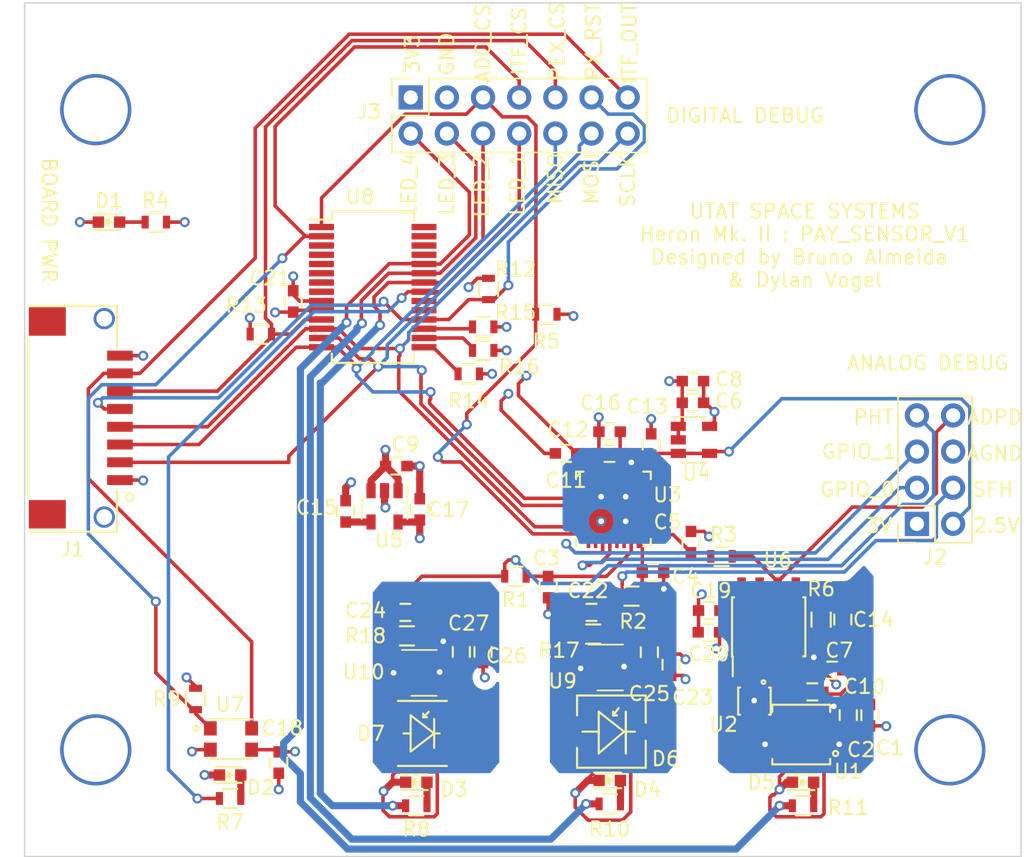
<source format=kicad_pcb>
(kicad_pcb (version 4) (host pcbnew 4.0.6)
  (layers (0 F.Cu signal) (1 GND mixed) (2 VCC mixed) (31 B.Cu signal) (34 B.Paste user) (35 F.Paste user) (36 B.SilkS user) (37 F.SilkS user) (38 B.Mask user) (39 F.Mask user) (44 Edge.Cuts user))
  (net 0 "")
  (net 1 AGND)
  (net 2 "Net-(C3-Pad1)")
  (net 3 "Net-(C4-Pad1)")
  (net 4 "Net-(C5-Pad1)")
  (net 5 +3V3)
  (net 6 /2.5_VREF)
  (net 7 /ADPD_OUT)
  (net 8 "Net-(C14-Pad2)")
  (net 9 "Net-(C15-Pad1)")
  (net 10 "Net-(C22-Pad2)")
  (net 11 /PHT_OUT)
  (net 12 "Net-(C24-Pad2)")
  (net 13 "Net-(D1-Pad2)")
  (net 14 "Net-(D2-Pad2)")
  (net 15 "Net-(D3-Pad2)")
  (net 16 "Net-(D4-Pad2)")
  (net 17 "Net-(D5-Pad2)")
  (net 18 /MOSI)
  (net 19 /MISO)
  (net 20 /PEX_RST)
  (net 21 /PEX_CS)
  (net 22 /GPIO_0)
  (net 23 /SFH_OUT)
  (net 24 /GPIO_1)
  (net 25 /LED_1)
  (net 26 /LED_2)
  (net 27 /ADC_CS)
  (net 28 /LED_3)
  (net 29 /ITF_CS)
  (net 30 /LED_4)
  (net 31 /ITF_OUT)
  (net 32 "Net-(R14-Pad2)")
  (net 33 "Net-(R15-Pad2)")
  (net 34 "Net-(R16-Pad2)")
  (net 35 "Net-(U1-Pad7)")
  (net 36 "Net-(U3-Pad1)")
  (net 37 "Net-(U3-Pad2)")
  (net 38 "Net-(U3-Pad10)")
  (net 39 "Net-(U3-Pad11)")
  (net 40 "Net-(U3-Pad12)")
  (net 41 "Net-(U3-Pad13)")
  (net 42 "Net-(U3-Pad14)")
  (net 43 "Net-(U3-Pad15)")
  (net 44 "Net-(U3-Pad16)")
  (net 45 "Net-(U3-Pad19)")
  (net 46 "Net-(U3-Pad20)")
  (net 47 "Net-(U3-Pad25)")
  (net 48 "Net-(U3-Pad26)")
  (net 49 "Net-(U3-Pad29)")
  (net 50 "Net-(U3-Pad30)")
  (net 51 /SCLK)
  (net 52 "Net-(U6-Pad1)")
  (net 53 "Net-(U6-Pad5)")
  (net 54 "Net-(U6-Pad8)")
  (net 55 "Net-(U8-Pad3)")
  (net 56 "Net-(U8-Pad4)")
  (net 57 "Net-(U8-Pad5)")
  (net 58 "Net-(U8-Pad6)")
  (net 59 "Net-(U8-Pad7)")
  (net 60 "Net-(U8-Pad8)")
  (net 61 "Net-(U8-Pad19)")
  (net 62 "Net-(U8-Pad20)")
  (net 63 "Net-(U8-Pad25)")
  (net 64 "Net-(U8-Pad26)")
  (net 65 "Net-(U8-Pad27)")
  (net 66 "Net-(U8-Pad28)")
  (net 67 +3V)
  (module Housings_SSOP:SSOP-28_5.3x10.2mm_Pitch0.65mm (layer F.Cu) (at 124.46 69.977)
    (fp_text reference U8 (at -0.889 -6.35) (layer F.SilkS))
    (fp_text value MCP23S17)
    (pad 1 smd rect (at -3.6 -4.225) (size 1.75 0.45) (layers F.Cu F.Paste F.Mask) (net 27 /ADC_CS))
    (pad 2 smd rect (at -3.6 -3.575) (size 1.75 0.45) (layers F.Cu F.Paste F.Mask) (net 29 /ITF_CS))
    (pad 3 smd rect (at -3.6 -2.925) (size 1.75 0.45) (layers F.Cu F.Paste F.Mask) (net 55 "Net-(U8-Pad3)"))
    (pad 4 smd rect (at -3.6 -2.275) (size 1.75 0.45) (layers F.Cu F.Paste F.Mask) (net 56 "Net-(U8-Pad4)"))
    (pad 5 smd rect (at -3.6 -1.625) (size 1.75 0.45) (layers F.Cu F.Paste F.Mask) (net 57 "Net-(U8-Pad5)"))
    (pad 6 smd rect (at -3.6 -0.975) (size 1.75 0.45) (layers F.Cu F.Paste F.Mask) (net 58 "Net-(U8-Pad6)"))
    (pad 7 smd rect (at -3.6 -0.325) (size 1.75 0.45) (layers F.Cu F.Paste F.Mask) (net 59 "Net-(U8-Pad7)"))
    (pad 8 smd rect (at -3.6 0.325) (size 1.75 0.45) (layers F.Cu F.Paste F.Mask) (net 60 "Net-(U8-Pad8)"))
    (pad 9 smd rect (at -3.6 0.975) (size 1.75 0.45) (layers F.Cu F.Paste F.Mask) (net 5 +3V3))
    (pad 10 smd rect (at -3.6 1.625) (size 1.75 0.45) (layers F.Cu F.Paste F.Mask) (net 1 AGND))
    (pad 11 smd rect (at -3.6 2.275) (size 1.75 0.45) (layers F.Cu F.Paste F.Mask) (net 21 /PEX_CS))
    (pad 12 smd rect (at -3.6 2.925) (size 1.75 0.45) (layers F.Cu F.Paste F.Mask) (net 51 /SCLK))
    (pad 13 smd rect (at -3.6 3.575) (size 1.75 0.45) (layers F.Cu F.Paste F.Mask) (net 18 /MOSI))
    (pad 14 smd rect (at -3.6 4.225) (size 1.75 0.45) (layers F.Cu F.Paste F.Mask) (net 19 /MISO))
    (pad 15 smd rect (at 3.6 4.225) (size 1.75 0.45) (layers F.Cu F.Paste F.Mask) (net 32 "Net-(R14-Pad2)"))
    (pad 16 smd rect (at 3.6 3.575) (size 1.75 0.45) (layers F.Cu F.Paste F.Mask) (net 34 "Net-(R16-Pad2)"))
    (pad 17 smd rect (at 3.6 2.925) (size 1.75 0.45) (layers F.Cu F.Paste F.Mask) (net 33 "Net-(R15-Pad2)"))
    (pad 18 smd rect (at 3.6 2.275) (size 1.75 0.45) (layers F.Cu F.Paste F.Mask) (net 20 /PEX_RST))
    (pad 19 smd rect (at 3.6 1.625) (size 1.75 0.45) (layers F.Cu F.Paste F.Mask) (net 61 "Net-(U8-Pad19)"))
    (pad 20 smd rect (at 3.6 0.975) (size 1.75 0.45) (layers F.Cu F.Paste F.Mask) (net 62 "Net-(U8-Pad20)"))
    (pad 21 smd rect (at 3.6 0.325) (size 1.75 0.45) (layers F.Cu F.Paste F.Mask) (net 25 /LED_1))
    (pad 22 smd rect (at 3.6 -0.325) (size 1.75 0.45) (layers F.Cu F.Paste F.Mask) (net 26 /LED_2))
    (pad 23 smd rect (at 3.6 -0.975) (size 1.75 0.45) (layers F.Cu F.Paste F.Mask) (net 28 /LED_3))
    (pad 24 smd rect (at 3.6 -1.625) (size 1.75 0.45) (layers F.Cu F.Paste F.Mask) (net 30 /LED_4))
    (pad 25 smd rect (at 3.6 -2.275) (size 1.75 0.45) (layers F.Cu F.Paste F.Mask) (net 63 "Net-(U8-Pad25)"))
    (pad 26 smd rect (at 3.6 -2.925) (size 1.75 0.45) (layers F.Cu F.Paste F.Mask) (net 64 "Net-(U8-Pad26)"))
    (pad 27 smd rect (at 3.6 -3.575) (size 1.75 0.45) (layers F.Cu F.Paste F.Mask) (net 65 "Net-(U8-Pad27)"))
    (pad 28 smd rect (at 3.6 -4.225) (size 1.75 0.45) (layers F.Cu F.Paste F.Mask) (net 66 "Net-(U8-Pad28)"))
  )
  (module Capacitors_SMD:C_0603 (layer F.Cu) (at 159.385 100.064 90)
    (fp_text reference C1 (at -2.298 1.397 180) (layer F.SilkS))
    (fp_text value 100nF)
    (pad 1 smd rect (at -0.75 0 90) (size 0.8 0.75) (layers F.Cu F.Paste F.Mask) (net 67 +3V))
    (pad 2 smd rect (at 0.75 0 90) (size 0.8 0.75) (layers F.Cu F.Paste F.Mask) (net 1 AGND))
  )
  (module Capacitors_SMD:C_0603 (layer F.Cu) (at 157.861 100.064 90)
    (fp_text reference C2 (at -2.425 0.889 180) (layer F.SilkS))
    (fp_text value "10uF tantalum")
    (pad 1 smd rect (at -0.75 0 90) (size 0.8 0.75) (layers F.Cu F.Paste F.Mask) (net 67 +3V))
    (pad 2 smd rect (at 0.75 0 90) (size 0.8 0.75) (layers F.Cu F.Paste F.Mask) (net 1 AGND))
  )
  (module Capacitors_SMD:C_0603 (layer F.Cu) (at 136.779 91.059 270)
    (fp_text reference C3 (at -2.032 0.127 360) (layer F.SilkS))
    (fp_text value 10nF)
    (pad 1 smd rect (at -0.75 0 270) (size 0.8 0.75) (layers F.Cu F.Paste F.Mask) (net 2 "Net-(C3-Pad1)"))
    (pad 2 smd rect (at 0.75 0 270) (size 0.8 0.75) (layers F.Cu F.Paste F.Mask) (net 1 AGND))
  )
  (module Capacitors_SMD:C_0603 (layer F.Cu) (at 144.145 90.043)
    (fp_text reference C4 (at 2.286 0.254) (layer F.SilkS))
    (fp_text value 10nF)
    (pad 1 smd rect (at -0.75 0) (size 0.8 0.75) (layers F.Cu F.Paste F.Mask) (net 3 "Net-(C4-Pad1)"))
    (pad 2 smd rect (at 0.75 0) (size 0.8 0.75) (layers F.Cu F.Paste F.Mask) (net 1 AGND))
  )
  (module Capacitors_SMD:C_0603 (layer F.Cu) (at 146.812 87.896 90)
    (fp_text reference C5 (at 1.409 -1.651 180) (layer F.SilkS))
    (fp_text value 10nF)
    (pad 1 smd rect (at -0.75 0 90) (size 0.8 0.75) (layers F.Cu F.Paste F.Mask) (net 4 "Net-(C5-Pad1)"))
    (pad 2 smd rect (at 0.75 0 90) (size 0.8 0.75) (layers F.Cu F.Paste F.Mask) (net 1 AGND))
  )
  (module Capacitors_SMD:C_0603 (layer F.Cu) (at 146.951 78.105)
    (fp_text reference C6 (at 2.528 -0.127) (layer F.SilkS))
    (fp_text value 100nF)
    (pad 1 smd rect (at -0.75 0) (size 0.8 0.75) (layers F.Cu F.Paste F.Mask) (net 67 +3V))
    (pad 2 smd rect (at 0.75 0) (size 0.8 0.75) (layers F.Cu F.Paste F.Mask) (net 1 AGND))
  )
  (module Capacitors_SMD:C_0603 (layer F.Cu) (at 156.73 96.901)
    (fp_text reference C7 (at 0.496 -1.397) (layer F.SilkS))
    (fp_text value 100nF)
    (pad 1 smd rect (at -0.75 0) (size 0.8 0.75) (layers F.Cu F.Paste F.Mask) (net 67 +3V))
    (pad 2 smd rect (at 0.75 0) (size 0.8 0.75) (layers F.Cu F.Paste F.Mask) (net 1 AGND))
  )
  (module Capacitors_SMD:C_0603 (layer F.Cu) (at 146.951 76.581)
    (fp_text reference C8 (at 2.528 -0.127) (layer F.SilkS))
    (fp_text value "10uF tantalum")
    (pad 1 smd rect (at -0.75 0) (size 0.8 0.75) (layers F.Cu F.Paste F.Mask) (net 67 +3V))
    (pad 2 smd rect (at 0.75 0) (size 0.8 0.75) (layers F.Cu F.Paste F.Mask) (net 1 AGND))
  )
  (module Capacitors_SMD:C_0603 (layer F.Cu) (at 126.111 82.55)
    (fp_text reference C9 (at 0.635 -1.524) (layer F.SilkS))
    (fp_text value "1uF LOW ESR")
    (pad 1 smd rect (at -0.75 0) (size 0.8 0.75) (layers F.Cu F.Paste F.Mask) (net 5 +3V3))
    (pad 2 smd rect (at 0.75 0) (size 0.8 0.75) (layers F.Cu F.Paste F.Mask) (net 1 AGND))
  )
  (module Capacitors_SMD:C_0603 (layer F.Cu) (at 155.333 98.425)
    (fp_text reference C10 (at 3.671 -0.381) (layer F.SilkS))
    (fp_text value "10uF tantalum")
    (pad 1 smd rect (at -0.75 0) (size 0.8 0.75) (layers F.Cu F.Paste F.Mask) (net 67 +3V))
    (pad 2 smd rect (at 0.75 0) (size 0.8 0.75) (layers F.Cu F.Paste F.Mask) (net 1 AGND))
  )
  (module Capacitors_SMD:C_0603 (layer F.Cu) (at 138.037 81.661 180)
    (fp_text reference C11 (at 0 -1.9 180) (layer F.SilkS))
    (fp_text value 100nF)
    (pad 1 smd rect (at -0.75 0 180) (size 0.8 0.75) (layers F.Cu F.Paste F.Mask) (net 5 +3V3))
    (pad 2 smd rect (at 0.75 0 180) (size 0.8 0.75) (layers F.Cu F.Paste F.Mask) (net 1 AGND))
  )
  (module Capacitors_SMD:C_0603 (layer F.Cu) (at 141.085 81.661)
    (fp_text reference C12 (at -2.909 -1.651) (layer F.SilkS))
    (fp_text value 100nF)
    (pad 1 smd rect (at -0.75 0) (size 0.8 0.75) (layers F.Cu F.Paste F.Mask) (net 67 +3V))
    (pad 2 smd rect (at 0.75 0) (size 0.8 0.75) (layers F.Cu F.Paste F.Mask) (net 1 AGND))
  )
  (module Capacitors_SMD:C_0603 (layer F.Cu) (at 144.018 81.038 90)
    (fp_text reference C13 (at 2.679 -0.254 180) (layer F.SilkS))
    (fp_text value 4.7uF)
    (pad 1 smd rect (at -0.75 0 90) (size 0.8 0.75) (layers F.Cu F.Paste F.Mask) (net 6 /2.5_VREF))
    (pad 2 smd rect (at 0.75 0 90) (size 0.8 0.75) (layers F.Cu F.Paste F.Mask) (net 1 AGND))
  )
  (module Capacitors_SMD:C_0603 (layer F.Cu) (at 157.48 93.345 270)
    (fp_text reference C14 (at 0 -2.159 360) (layer F.SilkS))
    (fp_text value C?)
    (pad 1 smd rect (at -0.75 0 270) (size 0.8 0.75) (layers F.Cu F.Paste F.Mask) (net 7 /ADPD_OUT))
    (pad 2 smd rect (at 0.75 0 270) (size 0.8 0.75) (layers F.Cu F.Paste F.Mask) (net 8 "Net-(C14-Pad2)"))
  )
  (module Capacitors_SMD:C_0603 (layer F.Cu) (at 122.555 85.737 90)
    (fp_text reference C15 (at 0.266 -2.032 180) (layer F.SilkS))
    (fp_text value "10nF 0.2 ESR")
    (pad 1 smd rect (at -0.75 0 90) (size 0.8 0.75) (layers F.Cu F.Paste F.Mask) (net 9 "Net-(C15-Pad1)"))
    (pad 2 smd rect (at 0.75 0 90) (size 0.8 0.75) (layers F.Cu F.Paste F.Mask) (net 1 AGND))
  )
  (module Capacitors_SMD:C_0603 (layer F.Cu) (at 141.097 80.137)
    (fp_text reference C16 (at -0.635 -2.032) (layer F.SilkS))
    (fp_text value "10uF tantalum")
    (pad 1 smd rect (at -0.75 0) (size 0.8 0.75) (layers F.Cu F.Paste F.Mask) (net 67 +3V))
    (pad 2 smd rect (at 0.75 0) (size 0.8 0.75) (layers F.Cu F.Paste F.Mask) (net 1 AGND))
  )
  (module Capacitors_SMD:C_0603 (layer F.Cu) (at 127.762 85.598 90)
    (fp_text reference C17 (at 0 2.032 180) (layer F.SilkS))
    (fp_text value "2.2uF <1 ESR")
    (pad 1 smd rect (at -0.75 0 90) (size 0.8 0.75) (layers F.Cu F.Paste F.Mask) (net 67 +3V))
    (pad 2 smd rect (at 0.75 0 90) (size 0.8 0.75) (layers F.Cu F.Paste F.Mask) (net 1 AGND))
  )
  (module Capacitors_SMD:C_0603 (layer F.Cu) (at 117.856 103.39 270)
    (fp_text reference C18 (at -2.425 -0.254 360) (layer F.SilkS))
    (fp_text value 100nF)
    (pad 1 smd rect (at -0.75 0 270) (size 0.8 0.75) (layers F.Cu F.Paste F.Mask) (net 5 +3V3))
    (pad 2 smd rect (at 0.75 0 270) (size 0.8 0.75) (layers F.Cu F.Paste F.Mask) (net 1 AGND))
  )
  (module Capacitors_SMD:C_0603 (layer F.Cu) (at 148.094 92.71 180)
    (fp_text reference C19 (at -0.115 1.397 180) (layer F.SilkS))
    (fp_text value 100nF)
    (pad 1 smd rect (at -0.75 0 180) (size 0.8 0.75) (layers F.Cu F.Paste F.Mask) (net 67 +3V))
    (pad 2 smd rect (at 0.75 0 180) (size 0.8 0.75) (layers F.Cu F.Paste F.Mask) (net 1 AGND))
  )
  (module Capacitors_SMD:C_0603 (layer F.Cu) (at 148.07 94.234 180)
    (fp_text reference C20 (at 0 -1.524 180) (layer F.SilkS))
    (fp_text value "10uF tantalum")
    (pad 1 smd rect (at -0.75 0 180) (size 0.8 0.75) (layers F.Cu F.Paste F.Mask) (net 67 +3V))
    (pad 2 smd rect (at 0.75 0 180) (size 0.8 0.75) (layers F.Cu F.Paste F.Mask) (net 1 AGND))
  )
  (module Capacitors_SMD:C_0603 (layer F.Cu) (at 118.872 70.981 90)
    (fp_text reference C21 (at 1.639 -1.651 180) (layer F.SilkS))
    (fp_text value 100nF)
    (pad 1 smd rect (at -0.75 0 90) (size 0.8 0.75) (layers F.Cu F.Paste F.Mask) (net 1 AGND))
    (pad 2 smd rect (at 0.75 0 90) (size 0.8 0.75) (layers F.Cu F.Paste F.Mask) (net 5 +3V3))
  )
  (module Capacitors_SMD:C_0603 (layer F.Cu) (at 139.827 92.837)
    (fp_text reference C22 (at -0.254 -1.524) (layer F.SilkS))
    (fp_text value 0.1pF)
    (pad 1 smd rect (at -0.75 0) (size 0.8 0.75) (layers F.Cu F.Paste F.Mask) (net 23 /SFH_OUT))
    (pad 2 smd rect (at 0.75 0) (size 0.8 0.75) (layers F.Cu F.Paste F.Mask) (net 10 "Net-(C22-Pad2)"))
  )
  (module Capacitors_SMD:C_0603 (layer F.Cu) (at 145.415 96.52 90)
    (fp_text reference C23 (at -2.286 1.524 180) (layer F.SilkS))
    (fp_text value 100nF)
    (pad 1 smd rect (at -0.75 0 90) (size 0.8 0.75) (layers F.Cu F.Paste F.Mask) (net 67 +3V))
    (pad 2 smd rect (at 0.75 0 90) (size 0.8 0.75) (layers F.Cu F.Paste F.Mask) (net 1 AGND))
  )
  (module Capacitors_SMD:C_0603 (layer F.Cu) (at 126.746 92.837)
    (fp_text reference C24 (at -2.794 -0.127) (layer F.SilkS))
    (fp_text value 0.2pF)
    (pad 1 smd rect (at -0.75 0) (size 0.8 0.75) (layers F.Cu F.Paste F.Mask) (net 11 /PHT_OUT))
    (pad 2 smd rect (at 0.75 0) (size 0.8 0.75) (layers F.Cu F.Paste F.Mask) (net 12 "Net-(C24-Pad2)"))
  )
  (module Capacitors_SMD:C_0603 (layer F.Cu) (at 143.891 95.631 90)
    (fp_text reference C25 (at -2.921 0 180) (layer F.SilkS))
    (fp_text value "10uF tantalum")
    (pad 1 smd rect (at -0.75 0 90) (size 0.8 0.75) (layers F.Cu F.Paste F.Mask) (net 67 +3V))
    (pad 2 smd rect (at 0.75 0 90) (size 0.8 0.75) (layers F.Cu F.Paste F.Mask) (net 1 AGND))
  )
  (module Capacitors_SMD:C_0603 (layer F.Cu) (at 132.207 95.619 90)
    (fp_text reference C26 (at -0.266 1.651 180) (layer F.SilkS))
    (fp_text value 100nF)
    (pad 1 smd rect (at -0.75 0 90) (size 0.8 0.75) (layers F.Cu F.Paste F.Mask) (net 67 +3V))
    (pad 2 smd rect (at 0.75 0 90) (size 0.8 0.75) (layers F.Cu F.Paste F.Mask) (net 1 AGND))
  )
  (module Capacitors_SMD:C_0603 (layer F.Cu) (at 130.683 95.619 90)
    (fp_text reference C27 (at 2.02 0.508 180) (layer F.SilkS))
    (fp_text value "10uF tantalum")
    (pad 1 smd rect (at -0.75 0 90) (size 0.8 0.75) (layers F.Cu F.Paste F.Mask) (net 67 +3V))
    (pad 2 smd rect (at 0.75 0 90) (size 0.8 0.75) (layers F.Cu F.Paste F.Mask) (net 1 AGND))
  )
  (module LEDs:LED_0603 (layer F.Cu) (at 105.9307 65.405)
    (fp_text reference D1 (at 0 -1.5) (layer F.SilkS))
    (fp_text value "PWR LED")
    (pad 2 smd rect (at 0.7493 0 180) (size 0.79756 0.79756) (layers F.Cu F.Paste F.Mask) (net 13 "Net-(D1-Pad2)"))
    (pad 1 smd rect (at -0.7493 0 180) (size 0.79756 0.79756) (layers F.Cu F.Paste F.Mask) (net 1 AGND))
  )
  (module LEDs:LED_0603 (layer F.Cu) (at 114.4397 104.267)
    (fp_text reference D2 (at 2.1463 0.889) (layer F.SilkS))
    (fp_text value 470_LED)
    (pad 2 smd rect (at 0.7493 0 180) (size 0.79756 0.79756) (layers F.Cu F.Paste F.Mask) (net 14 "Net-(D2-Pad2)"))
    (pad 1 smd rect (at -0.7493 0 180) (size 0.79756 0.79756) (layers F.Cu F.Paste F.Mask) (net 1 AGND))
  )
  (module LEDs:LED_0603 (layer F.Cu) (at 127.5207 104.775)
    (fp_text reference D3 (at 2.6543 0.508) (layer F.SilkS))
    (fp_text value 470_LED)
    (pad 2 smd rect (at 0.7493 0 180) (size 0.79756 0.79756) (layers F.Cu F.Paste F.Mask) (net 15 "Net-(D3-Pad2)"))
    (pad 1 smd rect (at -0.7493 0 180) (size 0.79756 0.79756) (layers F.Cu F.Paste F.Mask) (net 1 AGND))
  )
  (module LEDs:LED_0603 (layer F.Cu) (at 141.1097 104.648)
    (fp_text reference D4 (at 2.6543 0.635) (layer F.SilkS))
    (fp_text value 470_LED)
    (pad 2 smd rect (at 0.7493 0 180) (size 0.79756 0.79756) (layers F.Cu F.Paste F.Mask) (net 16 "Net-(D4-Pad2)"))
    (pad 1 smd rect (at -0.7493 0 180) (size 0.79756 0.79756) (layers F.Cu F.Paste F.Mask) (net 1 AGND))
  )
  (module LEDs:LED_0603 (layer F.Cu) (at 154.686 104.775)
    (fp_text reference D5 (at -2.921 0) (layer F.SilkS))
    (fp_text value 470_LED)
    (pad 2 smd rect (at 0.7493 0 180) (size 0.79756 0.79756) (layers F.Cu F.Paste F.Mask) (net 17 "Net-(D5-Pad2)"))
    (pad 1 smd rect (at -0.7493 0 180) (size 0.79756 0.79756) (layers F.Cu F.Paste F.Mask) (net 1 AGND))
  )
  (module footprints:SFH2430 (layer F.Cu) (at 144.272 101.219 180)
    (fp_text reference D6 (at -0.762 -1.905 180) (layer F.SilkS))
    (fp_text value SFH2430)
    (pad 1 smd rect (at 0 0 180) (size 1.4 1.2) (layers F.Cu F.Paste F.Mask) (net 10 "Net-(C22-Pad2)"))
    (pad 2 smd rect (at 6.1 0 180) (size 1.4 2) (layers F.Cu F.Paste F.Mask) (net 1 AGND))
  )
  (module footprints:TEMD5510 (layer F.Cu) (at 125.725 101.346 90)
    (fp_text reference D7 (at 0 -1.392 180) (layer F.SilkS))
    (fp_text value TEMD5510FX01)
    (pad 2 smd rect (at 0 0 90) (size 4.55 0.75) (layers F.Cu F.Paste F.Mask) (net 1 AGND))
    (pad 1 smd rect (at 0 4.45 90) (size 4.55 0.75) (layers F.Cu F.Paste F.Mask) (net 12 "Net-(C24-Pad2)"))
  )
  (module footprints:Hirose_DF14-8P-1.25H (layer F.Cu) (at 105.6 79.165 90)
    (fp_text reference J1 (at -9.227 -2.222 180) (layer F.SilkS))
    (fp_text value DF14-8S-1.25H)
    (pad ~ thru_hole circle (at 6.975 0 90) (size 1.5 1.5) (drill 1.1) (layers *.Cu *.Mask))
    (pad ~ thru_hole circle (at -6.975 0 90) (size 1.5 1.5) (drill 1.1) (layers *.Cu *.Mask))
    (pad ~ smd rect (at -6.775 -4 90) (size 2 2.6) (layers F.Cu F.Paste F.Mask))
    (pad ~ smd rect (at 6.775 -4 90) (size 2 2.6) (layers F.Cu F.Paste F.Mask))
    (pad 1 smd rect (at -4.375 1.1 90) (size 0.7 1.8) (layers F.Cu F.Paste F.Mask) (net 5 +3V3))
    (pad 2 smd rect (at -3.125 1.1 90) (size 0.7 1.8) (layers F.Cu F.Paste F.Mask) (net 18 /MOSI))
    (pad 3 smd rect (at -1.875 1.1 90) (size 0.7 1.8) (layers F.Cu F.Paste F.Mask) (net 19 /MISO))
    (pad 4 smd rect (at -0.625 1.1 90) (size 0.7 1.8) (layers F.Cu F.Paste F.Mask) (net 51 /SCLK))
    (pad 5 smd rect (at 0.625 1.1 90) (size 0.7 1.8) (layers F.Cu F.Paste F.Mask) (net 20 /PEX_RST))
    (pad 6 smd rect (at 1.875 1.1 90) (size 0.7 1.8) (layers F.Cu F.Paste F.Mask) (net 21 /PEX_CS))
    (pad 7 smd rect (at 3.125 1.1 90) (size 0.7 1.8) (layers F.Cu F.Paste F.Mask) (net 31 /ITF_OUT))
    (pad 8 smd rect (at 4.375 1.1 90) (size 0.7 1.8) (layers F.Cu F.Paste F.Mask) (net 1 AGND))
  )
  (module Socket_Strips:Socket_Strip_Straight_2x04_Pitch2.54mm (layer F.Cu) (at 162.687 86.614 180)
    (fp_text reference J2 (at -1.27 -2.33 180) (layer F.SilkS))
    (fp_text value "ANALOG DEBUG")
    (pad 1 thru_hole rect (at 0 0 180) (size 1.7 1.7) (drill 1) (layers *.Cu *.Mask) (net 67 +3V))
    (pad 2 thru_hole oval (at -2.54 0 180) (size 1.7 1.7) (drill 1) (layers *.Cu *.Mask) (net 6 /2.5_VREF))
    (pad 3 thru_hole oval (at 0 2.54 180) (size 1.7 1.7) (drill 1) (layers *.Cu *.Mask) (net 22 /GPIO_0))
    (pad 4 thru_hole oval (at -2.54 2.54 180) (size 1.7 1.7) (drill 1) (layers *.Cu *.Mask) (net 23 /SFH_OUT))
    (pad 5 thru_hole oval (at 0 5.08 180) (size 1.7 1.7) (drill 1) (layers *.Cu *.Mask) (net 24 /GPIO_1))
    (pad 6 thru_hole oval (at -2.54 5.08 180) (size 1.7 1.7) (drill 1) (layers *.Cu *.Mask) (net 1 AGND))
    (pad 7 thru_hole oval (at 0 7.62 180) (size 1.7 1.7) (drill 1) (layers *.Cu *.Mask) (net 11 /PHT_OUT))
    (pad 8 thru_hole oval (at -2.54 7.62 180) (size 1.7 1.7) (drill 1) (layers *.Cu *.Mask) (net 7 /ADPD_OUT))
  )
  (module Socket_Strips:Socket_Strip_Straight_2x07_Pitch2.54mm (layer F.Cu) (at 127.127 56.642 90)
    (fp_text reference J3 (at -1.016 -2.921 180) (layer F.SilkS))
    (fp_text value "DIGITAL DEBUG")
    (pad 1 thru_hole rect (at 0 0 90) (size 1.7 1.7) (drill 1) (layers *.Cu *.Mask) (net 5 +3V3))
    (pad 2 thru_hole oval (at -2.54 0 90) (size 1.7 1.7) (drill 1) (layers *.Cu *.Mask) (net 30 /LED_4))
    (pad 3 thru_hole oval (at 0 2.54 90) (size 1.7 1.7) (drill 1) (layers *.Cu *.Mask) (net 1 AGND))
    (pad 4 thru_hole oval (at -2.54 2.54 90) (size 1.7 1.7) (drill 1) (layers *.Cu *.Mask) (net 28 /LED_3))
    (pad 5 thru_hole oval (at 0 5.08 90) (size 1.7 1.7) (drill 1) (layers *.Cu *.Mask) (net 27 /ADC_CS))
    (pad 6 thru_hole oval (at -2.54 5.08 90) (size 1.7 1.7) (drill 1) (layers *.Cu *.Mask) (net 26 /LED_2))
    (pad 7 thru_hole oval (at 0 7.62 90) (size 1.7 1.7) (drill 1) (layers *.Cu *.Mask) (net 29 /ITF_CS))
    (pad 8 thru_hole oval (at -2.54 7.62 90) (size 1.7 1.7) (drill 1) (layers *.Cu *.Mask) (net 25 /LED_1))
    (pad 9 thru_hole oval (at 0 10.16 90) (size 1.7 1.7) (drill 1) (layers *.Cu *.Mask) (net 21 /PEX_CS))
    (pad 10 thru_hole oval (at -2.54 10.16 90) (size 1.7 1.7) (drill 1) (layers *.Cu *.Mask) (net 19 /MISO))
    (pad 11 thru_hole oval (at 0 12.7 90) (size 1.7 1.7) (drill 1) (layers *.Cu *.Mask) (net 20 /PEX_RST))
    (pad 12 thru_hole oval (at -2.54 12.7 90) (size 1.7 1.7) (drill 1) (layers *.Cu *.Mask) (net 18 /MOSI))
    (pad 13 thru_hole oval (at 0 15.24 90) (size 1.7 1.7) (drill 1) (layers *.Cu *.Mask) (net 31 /ITF_OUT))
    (pad 14 thru_hole oval (at -2.54 15.24 90) (size 1.7 1.7) (drill 1) (layers *.Cu *.Mask) (net 51 /SCLK))
  )
  (module Resistors_SMD:R_0603 (layer F.Cu) (at 134.481 90.297 180)
    (fp_text reference R1 (at -0.012 -1.651 180) (layer F.SilkS))
    (fp_text value 100)
    (pad 1 smd rect (at -0.75 0 180) (size 0.5 0.9) (layers F.Cu F.Paste F.Mask) (net 2 "Net-(C3-Pad1)"))
    (pad 2 smd rect (at 0.75 0 180) (size 0.5 0.9) (layers F.Cu F.Paste F.Mask) (net 11 /PHT_OUT))
  )
  (module Resistors_SMD:R_0603 (layer F.Cu) (at 142.633 91.694 180)
    (fp_text reference R2 (at -0.115 -1.778 180) (layer F.SilkS))
    (fp_text value 100)
    (pad 1 smd rect (at -0.75 0 180) (size 0.5 0.9) (layers F.Cu F.Paste F.Mask) (net 3 "Net-(C4-Pad1)"))
    (pad 2 smd rect (at 0.75 0 180) (size 0.5 0.9) (layers F.Cu F.Paste F.Mask) (net 23 /SFH_OUT))
  )
  (module Resistors_SMD:R_0603 (layer F.Cu) (at 148.959 88.9)
    (fp_text reference R3 (at 0.139 -1.524) (layer F.SilkS))
    (fp_text value 100)
    (pad 1 smd rect (at -0.75 0) (size 0.5 0.9) (layers F.Cu F.Paste F.Mask) (net 4 "Net-(C5-Pad1)"))
    (pad 2 smd rect (at 0.75 0) (size 0.5 0.9) (layers F.Cu F.Paste F.Mask) (net 7 /ADPD_OUT))
  )
  (module Resistors_SMD:R_0603 (layer F.Cu) (at 109.22 65.405 180)
    (fp_text reference R4 (at 0 1.524 180) (layer F.SilkS))
    (fp_text value 330Ω)
    (pad 1 smd rect (at -0.75 0 180) (size 0.5 0.9) (layers F.Cu F.Paste F.Mask) (net 5 +3V3))
    (pad 2 smd rect (at 0.75 0 180) (size 0.5 0.9) (layers F.Cu F.Paste F.Mask) (net 13 "Net-(D1-Pad2)"))
  )
  (module Resistors_SMD:R_0603 (layer F.Cu) (at 136.652 71.882 180)
    (fp_text reference R5 (at 0 -1.9 180) (layer F.SilkS))
    (fp_text value 10K)
    (pad 1 smd rect (at -0.75 0 180) (size 0.5 0.9) (layers F.Cu F.Paste F.Mask) (net 5 +3V3))
    (pad 2 smd rect (at 0.75 0 180) (size 0.5 0.9) (layers F.Cu F.Paste F.Mask) (net 27 /ADC_CS))
  )
  (module Resistors_SMD:R_0603 (layer F.Cu) (at 155.956 93.345 270)
    (fp_text reference R6 (at -2.159 0 360) (layer F.SilkS))
    (fp_text value R?)
    (pad 1 smd rect (at -0.75 0 270) (size 0.5 0.9) (layers F.Cu F.Paste F.Mask) (net 7 /ADPD_OUT))
    (pad 2 smd rect (at 0.75 0 270) (size 0.5 0.9) (layers F.Cu F.Paste F.Mask) (net 8 "Net-(C14-Pad2)"))
  )
  (module Resistors_SMD:R_0603 (layer F.Cu) (at 114.439 105.918)
    (fp_text reference R7 (at 0 1.651) (layer F.SilkS))
    (fp_text value 330)
    (pad 1 smd rect (at -0.75 0) (size 0.5 0.9) (layers F.Cu F.Paste F.Mask) (net 25 /LED_1))
    (pad 2 smd rect (at 0.75 0) (size 0.5 0.9) (layers F.Cu F.Paste F.Mask) (net 14 "Net-(D2-Pad2)"))
  )
  (module Resistors_SMD:R_0603 (layer F.Cu) (at 127.52 106.426)
    (fp_text reference R8 (at 0 1.651) (layer F.SilkS))
    (fp_text value 330)
    (pad 1 smd rect (at -0.75 0) (size 0.5 0.9) (layers F.Cu F.Paste F.Mask) (net 26 /LED_2))
    (pad 2 smd rect (at 0.75 0) (size 0.5 0.9) (layers F.Cu F.Paste F.Mask) (net 15 "Net-(D3-Pad2)"))
  )
  (module Resistors_SMD:R_0603 (layer F.Cu) (at 112.014 98.921 90)
    (fp_text reference R9 (at -0.012 -2.032 180) (layer F.SilkS))
    (fp_text value 10kΩ)
    (pad 1 smd rect (at -0.75 0 90) (size 0.5 0.9) (layers F.Cu F.Paste F.Mask) (net 29 /ITF_CS))
    (pad 2 smd rect (at 0.75 0 90) (size 0.5 0.9) (layers F.Cu F.Paste F.Mask) (net 5 +3V3))
  )
  (module Resistors_SMD:R_0603 (layer F.Cu) (at 141.109 106.299)
    (fp_text reference R10 (at -0.012 1.778) (layer F.SilkS))
    (fp_text value 330)
    (pad 1 smd rect (at -0.75 0) (size 0.5 0.9) (layers F.Cu F.Paste F.Mask) (net 28 /LED_3))
    (pad 2 smd rect (at 0.75 0) (size 0.5 0.9) (layers F.Cu F.Paste F.Mask) (net 16 "Net-(D4-Pad2)"))
  )
  (module Resistors_SMD:R_0603 (layer F.Cu) (at 154.686 106.426)
    (fp_text reference R11 (at 3.175 0.127) (layer F.SilkS))
    (fp_text value 330)
    (pad 1 smd rect (at -0.75 0) (size 0.5 0.9) (layers F.Cu F.Paste F.Mask) (net 30 /LED_4))
    (pad 2 smd rect (at 0.75 0) (size 0.5 0.9) (layers F.Cu F.Paste F.Mask) (net 17 "Net-(D5-Pad2)"))
  )
  (module Resistors_SMD:R_0603 (layer F.Cu) (at 132.588 70.104 270)
    (fp_text reference R12 (at -1.397 -1.905 360) (layer F.SilkS))
    (fp_text value 10K)
    (pad 1 smd rect (at -0.75 0 270) (size 0.5 0.9) (layers F.Cu F.Paste F.Mask) (net 5 +3V3))
    (pad 2 smd rect (at 0.75 0 270) (size 0.5 0.9) (layers F.Cu F.Paste F.Mask) (net 20 /PEX_RST))
  )
  (module Resistors_SMD:R_0603 (layer F.Cu) (at 116.598 73.279)
    (fp_text reference R13 (at -1.028 -2.032) (layer F.SilkS))
    (fp_text value 10K)
    (pad 1 smd rect (at -0.75 0) (size 0.5 0.9) (layers F.Cu F.Paste F.Mask) (net 5 +3V3))
    (pad 2 smd rect (at 0.75 0) (size 0.5 0.9) (layers F.Cu F.Paste F.Mask) (net 21 /PEX_CS))
  )
  (module Resistors_SMD:R_0603 (layer F.Cu) (at 131.203 76.073 180)
    (fp_text reference R14 (at 0 -1.9 180) (layer F.SilkS))
    (fp_text value 10K)
    (pad 1 smd rect (at -0.75 0 180) (size 0.5 0.9) (layers F.Cu F.Paste F.Mask) (net 1 AGND))
    (pad 2 smd rect (at 0.75 0 180) (size 0.5 0.9) (layers F.Cu F.Paste F.Mask) (net 32 "Net-(R14-Pad2)"))
  )
  (module Resistors_SMD:R_0603 (layer F.Cu) (at 132.219 72.771 180)
    (fp_text reference R15 (at -2.274 1.016 180) (layer F.SilkS))
    (fp_text value 10K)
    (pad 1 smd rect (at -0.75 0 180) (size 0.5 0.9) (layers F.Cu F.Paste F.Mask) (net 1 AGND))
    (pad 2 smd rect (at 0.75 0 180) (size 0.5 0.9) (layers F.Cu F.Paste F.Mask) (net 33 "Net-(R15-Pad2)"))
  )
  (module Resistors_SMD:R_0603 (layer F.Cu) (at 132.219 74.422 180)
    (fp_text reference R16 (at -2.528 -1.143 180) (layer F.SilkS))
    (fp_text value 10K)
    (pad 1 smd rect (at -0.75 0 180) (size 0.5 0.9) (layers F.Cu F.Paste F.Mask) (net 5 +3V3))
    (pad 2 smd rect (at 0.75 0 180) (size 0.5 0.9) (layers F.Cu F.Paste F.Mask) (net 34 "Net-(R16-Pad2)"))
  )
  (module Resistors_SMD:R_0603 (layer F.Cu) (at 139.942 94.361)
    (fp_text reference R17 (at -2.401 1.143) (layer F.SilkS))
    (fp_text value 1G)
    (pad 1 smd rect (at -0.75 0) (size 0.5 0.9) (layers F.Cu F.Paste F.Mask) (net 23 /SFH_OUT))
    (pad 2 smd rect (at 0.75 0) (size 0.5 0.9) (layers F.Cu F.Paste F.Mask) (net 10 "Net-(C22-Pad2)"))
  )
  (module Resistors_SMD:R_0603 (layer F.Cu) (at 126.861 94.488)
    (fp_text reference R18 (at -2.909 0) (layer F.SilkS))
    (fp_text value 1G)
    (pad 1 smd rect (at -0.75 0) (size 0.5 0.9) (layers F.Cu F.Paste F.Mask) (net 11 /PHT_OUT))
    (pad 2 smd rect (at 0.75 0) (size 0.5 0.9) (layers F.Cu F.Paste F.Mask) (net 12 "Net-(C24-Pad2)"))
  )
  (module footprints:ADPD2214 (layer F.Cu) (at 156.337 102.758 90)
    (fp_text reference U1 (at -1.255 1.524 180) (layer F.SilkS))
    (fp_text value ADPD2214)
    (pad 1 smd rect (at 0 0 90) (size 0.35 0.45) (layers F.Cu F.Paste F.Mask) (net 1 AGND))
    (pad 2 smd rect (at 0.65 0 90) (size 0.35 0.45) (layers F.Cu F.Paste F.Mask) (net 1 AGND))
    (pad 3 smd rect (at 1.3 0 90) (size 0.35 0.45) (layers F.Cu F.Paste F.Mask) (net 1 AGND))
    (pad 4 smd rect (at 1.95 0 90) (size 0.35 0.45) (layers F.Cu F.Paste F.Mask) (net 67 +3V))
    (pad 5 smd rect (at 2.6 0 90) (size 0.35 0.45) (layers F.Cu F.Paste F.Mask) (net 1 AGND))
    (pad 6 smd rect (at 2.6 -3.55 90) (size 0.35 0.45) (layers F.Cu F.Paste F.Mask) (net 1 AGND))
    (pad 7 smd rect (at 1.95 -3.55 90) (size 0.35 0.45) (layers F.Cu F.Paste F.Mask) (net 35 "Net-(U1-Pad7)"))
    (pad 8 smd rect (at 1.3 -3.55 90) (size 0.35 0.45) (layers F.Cu F.Paste F.Mask) (net 1 AGND))
    (pad 9 smd rect (at 0.65 -3.55 90) (size 0.35 0.45) (layers F.Cu F.Paste F.Mask) (net 1 AGND))
    (pad 10 smd rect (at 0 -3.55 90) (size 0.35 0.45) (layers F.Cu F.Paste F.Mask) (net 1 AGND))
    (pad ~ smd rect (at 1.3 -1.775 90) (size 3.4 2.7) (layers F.Cu F.Paste F.Mask))
  )
  (module Housings_DFN_QFN:QFN-32-1EP_5x5mm_Pitch0.5mm (layer F.Cu) (at 141.364 85.57 90)
    (fp_text reference U3 (at 0.988 3.797 180) (layer F.SilkS))
    (fp_text value AD7194)
    (pad 1 smd rect (at -2.4 -1.75 90) (size 0.7 0.25) (layers F.Cu F.Paste F.Mask) (net 36 "Net-(U3-Pad1)"))
    (pad 2 smd rect (at -2.4 -1.25 90) (size 0.7 0.25) (layers F.Cu F.Paste F.Mask) (net 37 "Net-(U3-Pad2)"))
    (pad 3 smd rect (at -2.4 -0.75 90) (size 0.7 0.25) (layers F.Cu F.Paste F.Mask) (net 24 /GPIO_1))
    (pad 4 smd rect (at -2.4 -0.25 90) (size 0.7 0.25) (layers F.Cu F.Paste F.Mask) (net 22 /GPIO_0))
    (pad 5 smd rect (at -2.4 0.25 90) (size 0.7 0.25) (layers F.Cu F.Paste F.Mask) (net 1 AGND))
    (pad 6 smd rect (at -2.4 0.75 90) (size 0.7 0.25) (layers F.Cu F.Paste F.Mask) (net 1 AGND))
    (pad 7 smd rect (at -2.4 1.25 90) (size 0.7 0.25) (layers F.Cu F.Paste F.Mask) (net 2 "Net-(C3-Pad1)"))
    (pad 8 smd rect (at -2.4 1.75 90) (size 0.7 0.25) (layers F.Cu F.Paste F.Mask) (net 3 "Net-(C4-Pad1)"))
    (pad 9 smd rect (at -1.75 2.4 180) (size 0.7 0.25) (layers F.Cu F.Paste F.Mask) (net 4 "Net-(C5-Pad1)"))
    (pad 10 smd rect (at -1.25 2.4 180) (size 0.7 0.25) (layers F.Cu F.Paste F.Mask) (net 38 "Net-(U3-Pad10)"))
    (pad 11 smd rect (at -0.75 2.4 180) (size 0.7 0.25) (layers F.Cu F.Paste F.Mask) (net 39 "Net-(U3-Pad11)"))
    (pad 12 smd rect (at -0.25 2.4 180) (size 0.7 0.25) (layers F.Cu F.Paste F.Mask) (net 40 "Net-(U3-Pad12)"))
    (pad 13 smd rect (at 0.25 2.4 180) (size 0.7 0.25) (layers F.Cu F.Paste F.Mask) (net 41 "Net-(U3-Pad13)"))
    (pad 14 smd rect (at 0.75 2.4 180) (size 0.7 0.25) (layers F.Cu F.Paste F.Mask) (net 42 "Net-(U3-Pad14)"))
    (pad 15 smd rect (at 1.25 2.4 180) (size 0.7 0.25) (layers F.Cu F.Paste F.Mask) (net 43 "Net-(U3-Pad15)"))
    (pad 16 smd rect (at 1.75 2.4 180) (size 0.7 0.25) (layers F.Cu F.Paste F.Mask) (net 44 "Net-(U3-Pad16)"))
    (pad 17 smd rect (at 2.4 1.75 90) (size 0.7 0.25) (layers F.Cu F.Paste F.Mask) (net 6 /2.5_VREF))
    (pad 18 smd rect (at 2.4 1.25 90) (size 0.7 0.25) (layers F.Cu F.Paste F.Mask) (net 1 AGND))
    (pad 19 smd rect (at 2.4 0.75 90) (size 0.7 0.25) (layers F.Cu F.Paste F.Mask) (net 45 "Net-(U3-Pad19)"))
    (pad 20 smd rect (at 2.4 0.25 90) (size 0.7 0.25) (layers F.Cu F.Paste F.Mask) (net 46 "Net-(U3-Pad20)"))
    (pad 21 smd rect (at 2.4 -0.25 90) (size 0.7 0.25) (layers F.Cu F.Paste F.Mask) (net 1 AGND))
    (pad 22 smd rect (at 2.4 -0.75 90) (size 0.7 0.25) (layers F.Cu F.Paste F.Mask) (net 1 AGND))
    (pad 23 smd rect (at 2.4 -1.25 90) (size 0.7 0.25) (layers F.Cu F.Paste F.Mask) (net 67 +3V))
    (pad 24 smd rect (at 2.4 -1.75 90) (size 0.7 0.25) (layers F.Cu F.Paste F.Mask) (net 5 +3V3))
    (pad 25 smd rect (at 1.75 -2.4 180) (size 0.7 0.25) (layers F.Cu F.Paste F.Mask) (net 47 "Net-(U3-Pad25)"))
    (pad 26 smd rect (at 1.25 -2.4 180) (size 0.7 0.25) (layers F.Cu F.Paste F.Mask) (net 48 "Net-(U3-Pad26)"))
    (pad 27 smd rect (at 0.75 -2.4 180) (size 0.7 0.25) (layers F.Cu F.Paste F.Mask) (net 19 /MISO))
    (pad 28 smd rect (at 0.25 -2.4 180) (size 0.7 0.25) (layers F.Cu F.Paste F.Mask) (net 18 /MOSI))
    (pad 29 smd rect (at -0.25 -2.4 180) (size 0.7 0.25) (layers F.Cu F.Paste F.Mask) (net 49 "Net-(U3-Pad29)"))
    (pad 30 smd rect (at -0.75 -2.4 180) (size 0.7 0.25) (layers F.Cu F.Paste F.Mask) (net 50 "Net-(U3-Pad30)"))
    (pad 31 smd rect (at -1.25 -2.4 180) (size 0.7 0.25) (layers F.Cu F.Paste F.Mask) (net 51 /SCLK))
    (pad 32 smd rect (at -1.75 -2.4 180) (size 0.7 0.25) (layers F.Cu F.Paste F.Mask) (net 27 /ADC_CS))
    (pad 33 smd rect (at 0.8625 0.8625 90) (size 1.725 1.725) (layers F.Cu F.Paste F.Mask))
    (pad 33 smd rect (at 0.8625 -0.8625 90) (size 1.725 1.725) (layers F.Cu F.Paste F.Mask))
    (pad 33 smd rect (at -0.8625 0.8625 90) (size 1.725 1.725) (layers F.Cu F.Paste F.Mask))
    (pad 33 smd rect (at -0.8625 -0.8625 90) (size 1.725 1.725) (layers F.Cu F.Paste F.Mask))
  )
  (module TO_SOT_Packages_SMD:SOT-23-5 (layer F.Cu) (at 147.023 80.711)
    (fp_text reference U4 (at 0.17 2.347) (layer F.SilkS))
    (fp_text value ADR391)
    (pad 1 smd rect (at -1.1 -0.95) (size 1.06 0.65) (layers F.Cu F.Paste F.Mask) (net 67 +3V))
    (pad 2 smd rect (at -1.1 0) (size 1.06 0.65) (layers F.Cu F.Paste F.Mask) (net 67 +3V))
    (pad 3 smd rect (at -1.1 0.95) (size 1.06 0.65) (layers F.Cu F.Paste F.Mask) (net 6 /2.5_VREF))
    (pad 4 smd rect (at 1.1 0.95) (size 1.06 0.65) (layers F.Cu F.Paste F.Mask) (net 6 /2.5_VREF))
    (pad 5 smd rect (at 1.1 -0.95) (size 1.06 0.65) (layers F.Cu F.Paste F.Mask) (net 1 AGND))
  )
  (module TO_SOT_Packages_SMD:SOT-23-5 (layer F.Cu) (at 125.288 85.387 270)
    (fp_text reference U5 (at 2.37 -0.315 360) (layer F.SilkS))
    (fp_text value TPS79930)
    (pad 1 smd rect (at -1.1 -0.95 270) (size 1.06 0.65) (layers F.Cu F.Paste F.Mask) (net 5 +3V3))
    (pad 2 smd rect (at -1.1 0 270) (size 1.06 0.65) (layers F.Cu F.Paste F.Mask) (net 1 AGND))
    (pad 3 smd rect (at -1.1 0.95 270) (size 1.06 0.65) (layers F.Cu F.Paste F.Mask) (net 5 +3V3))
    (pad 4 smd rect (at 1.1 0.95 270) (size 1.06 0.65) (layers F.Cu F.Paste F.Mask) (net 9 "Net-(C15-Pad1)"))
    (pad 5 smd rect (at 1.1 -0.95 270) (size 1.06 0.65) (layers F.Cu F.Paste F.Mask) (net 67 +3V))
  )
  (module Housings_SOIC:SOIC-8_3.9x4.9mm_Pitch1.27mm (layer F.Cu) (at 152.273 93.853 90)
    (fp_text reference U6 (at 4.699 0.635 180) (layer F.SilkS))
    (fp_text value AD797)
    (pad 1 smd rect (at -2.7 -1.905 90) (size 1.55 0.6) (layers F.Cu F.Paste F.Mask) (net 52 "Net-(U6-Pad1)"))
    (pad 2 smd rect (at -2.7 -0.635 90) (size 1.55 0.6) (layers F.Cu F.Paste F.Mask) (net 8 "Net-(C14-Pad2)"))
    (pad 3 smd rect (at -2.7 0.635 90) (size 1.55 0.6) (layers F.Cu F.Paste F.Mask) (net 1 AGND))
    (pad 4 smd rect (at -2.7 1.905 90) (size 1.55 0.6) (layers F.Cu F.Paste F.Mask) (net 1 AGND))
    (pad 5 smd rect (at 2.7 1.905 90) (size 1.55 0.6) (layers F.Cu F.Paste F.Mask) (net 53 "Net-(U6-Pad5)"))
    (pad 6 smd rect (at 2.7 0.635 90) (size 1.55 0.6) (layers F.Cu F.Paste F.Mask) (net 7 /ADPD_OUT))
    (pad 7 smd rect (at 2.7 -0.635 90) (size 1.55 0.6) (layers F.Cu F.Paste F.Mask) (net 67 +3V))
    (pad 8 smd rect (at 2.7 -1.905 90) (size 1.55 0.6) (layers F.Cu F.Paste F.Mask) (net 54 "Net-(U6-Pad8)"))
  )
  (module footprints:TSL237T (layer F.Cu) (at 113.051 100.989)
    (fp_text reference U7 (at 1.376 -1.675) (layer F.SilkS))
    (fp_text value TSL237T)
    (pad 1 smd rect (at 0 0) (size 0.9 1) (layers F.Cu F.Paste F.Mask) (net 29 /ITF_CS))
    (pad 2 smd rect (at 0 1.5) (size 0.9 1) (layers F.Cu F.Paste F.Mask) (net 1 AGND))
    (pad 3 smd rect (at 2.9 1.5) (size 0.9 1) (layers F.Cu F.Paste F.Mask) (net 5 +3V3))
    (pad 4 smd rect (at 2.9 0) (size 0.9 1) (layers F.Cu F.Paste F.Mask) (net 31 /ITF_OUT))
  )
  (module TO_SOT_Packages_SMD:SOT-23-5 (layer F.Cu) (at 141.14 96.713)
    (fp_text reference U9 (at -3.345 0.95) (layer F.SilkS))
    (fp_text value LTC6240-S5)
    (pad 1 smd rect (at -1.1 -0.95) (size 1.06 0.65) (layers F.Cu F.Paste F.Mask) (net 23 /SFH_OUT))
    (pad 2 smd rect (at -1.1 0) (size 1.06 0.65) (layers F.Cu F.Paste F.Mask) (net 1 AGND))
    (pad 3 smd rect (at -1.1 0.95) (size 1.06 0.65) (layers F.Cu F.Paste F.Mask) (net 1 AGND))
    (pad 4 smd rect (at 1.1 0.95) (size 1.06 0.65) (layers F.Cu F.Paste F.Mask) (net 10 "Net-(C22-Pad2)"))
    (pad 5 smd rect (at 1.1 -0.95) (size 1.06 0.65) (layers F.Cu F.Paste F.Mask) (net 67 +3V))
  )
  (module TO_SOT_Packages_SMD:SOT-23-5 (layer F.Cu) (at 128.059 97.089)
    (fp_text reference U10 (at -4.234 -0.061) (layer F.SilkS))
    (fp_text value LTC6240-S5)
    (pad 1 smd rect (at -1.1 -0.95) (size 1.06 0.65) (layers F.Cu F.Paste F.Mask) (net 11 /PHT_OUT))
    (pad 2 smd rect (at -1.1 0) (size 1.06 0.65) (layers F.Cu F.Paste F.Mask) (net 1 AGND))
    (pad 3 smd rect (at -1.1 0.95) (size 1.06 0.65) (layers F.Cu F.Paste F.Mask) (net 1 AGND))
    (pad 4 smd rect (at 1.1 0.95) (size 1.06 0.65) (layers F.Cu F.Paste F.Mask) (net 12 "Net-(C24-Pad2)"))
    (pad 5 smd rect (at 1.1 -0.95) (size 1.06 0.65) (layers F.Cu F.Paste F.Mask) (net 67 +3V))
  )
  (module footprints:ADPD2210 (layer F.Cu) (at 151.907 98.247 180)
    (fp_text reference U2 (at 2.809 -2.464 180) (layer F.SilkS))
    (fp_text value ADPD2210)
    (pad 1 smd rect (at 0 0 180) (size 0.35 0.4) (layers F.Cu F.Paste F.Mask) (net 1 AGND))
    (pad 2 smd rect (at 0.65 0 180) (size 0.35 0.4) (layers F.Cu F.Paste F.Mask) (net 8 "Net-(C14-Pad2)"))
    (pad 3 smd rect (at 1.3 0 180) (size 0.35 0.4) (layers F.Cu F.Paste F.Mask) (net 1 AGND))
    (pad 4 smd rect (at 1.3 -1.575 180) (size 0.35 0.4) (layers F.Cu F.Paste F.Mask) (net 35 "Net-(U1-Pad7)"))
    (pad 5 smd rect (at 0.65 -1.575 180) (size 0.35 0.4) (layers F.Cu F.Paste F.Mask) (net 1 AGND))
    (pad 6 smd rect (at 0 -1.575 180) (size 0.35 0.4) (layers F.Cu F.Paste F.Mask) (net 67 +3V))
    (pad 3 smd rect (at 0.65 -0.7875 180) (size 1.6 0.8) (layers F.Cu F.Paste F.Mask) (net 1 AGND))
  )
  (gr_text "UTAT SPACE SYSTEMS\nHeron Mk. II : PAY_SENSOR_V1\nDesigned by Bruno Almeida \n& Dylan Vogel" (at 154.813 67.056) (layer F.SilkS) (effects (font (size 1 1))))
  (gr_text LED_4 (at 127 62.738 90) (layer F.SilkS) (effects (font (size 1 1))))
  (gr_text LED_3 (at 129.667 62.738 90) (layer F.SilkS) (effects (font (size 1 1))))
  (gr_text LED_2 (at 132.08 62.865 90) (layer F.SilkS) (effects (font (size 1 1))))
  (gr_text LED_1 (at 134.62 62.738 90) (layer F.SilkS) (effects (font (size 1 1))))
  (gr_text MISO (at 137.287 62.357 90) (layer F.SilkS) (effects (font (size 1 1))))
  (gr_text MOSI (at 139.827 62.357 90) (layer F.SilkS) (effects (font (size 1 1))))
  (gr_text SCLK (at 142.367 62.484 90) (layer F.SilkS) (effects (font (size 1 1))))
  (gr_text ITF_OUT (at 142.494 52.832 90) (layer F.SilkS) (effects (font (size 1 1))))
  (gr_text PX_RST (at 139.954 52.705 90) (layer F.SilkS) (effects (font (size 1 1))))
  (gr_text PEX_CS (at 137.414 52.705 90) (layer F.SilkS) (effects (font (size 1 1))))
  (gr_text ITF_CS (at 134.747 52.705 90) (layer F.SilkS) (effects (font (size 1 1))))
  (gr_text ADC_CS (at 132.207 52.832 90) (layer F.SilkS) (effects (font (size 1 1))))
  (gr_text GND (at 129.667 53.594 90) (layer F.SilkS) (effects (font (size 1 1))))
  (gr_text 3V3 (at 127.254 53.594 90) (layer F.SilkS) (effects (font (size 1 1))))
  (gr_text ADPD (at 168.148 79.121) (layer F.SilkS) (effects (font (size 1 1))))
  (gr_text AGND (at 168.148 81.661) (layer F.SilkS) (effects (font (size 1 1))))
  (gr_text SFH (at 168.021 84.201) (layer F.SilkS) (effects (font (size 1 1))))
  (gr_text 2.5V (at 168.275 86.741) (layer F.SilkS) (effects (font (size 1 1))))
  (gr_text 3V (at 160.02 86.741) (layer F.SilkS) (effects (font (size 1 1))))
  (gr_text GPIO_0 (at 158.496 84.201) (layer F.SilkS) (effects (font (size 1 1))))
  (gr_text GPIO_1 (at 158.623 81.534) (layer F.SilkS) (effects (font (size 1 1))))
  (gr_text PHT (at 159.639 79.121) (layer F.SilkS) (effects (font (size 1 1))))
  (gr_text "DIGITAL DEBUG" (at 150.622 57.912) (layer F.SilkS) (effects (font (size 1 1))))
  (gr_text "ANALOG DEBUG" (at 163.449 75.311) (layer F.SilkS) (effects (font (size 1 1))))
  (gr_text "BOARD PWR" (at 101.727 65.278 270) (layer F.SilkS) (effects (font (size 1 1))))
  (gr_line (start 100 50) (end 100 110) (layer Edge.Cuts) (width 0.1))
  (gr_line (start 100 110) (end 170 110) (layer Edge.Cuts) (width 0.1))
  (gr_line (start 170 50) (end 170 110) (layer Edge.Cuts) (width 0.1))
  (gr_line (start 100 50) (end 170 50) (layer Edge.Cuts) (width 0.1))
  (via (at 105 102.5) (size 5) (drill 4.5) (layers F.Cu B.Cu) (net 0))
  (via (at 105 57.5) (size 5) (drill 4.5) (layers F.Cu B.Cu) (net 0))
  (via (at 165 57.5) (size 5) (drill 4.5) (layers F.Cu B.Cu) (net 0))
  (via (at 165 102.5) (size 5) (drill 4.5) (layers F.Cu B.Cu) (net 0))
  (via (at 140.5015 86.4325) (size 0.7) (drill 0.4) (layers F.Cu B.Cu) (net 0))
  (via (at 142.2265 86.4325) (size 0.7) (drill 0.4) (layers F.Cu B.Cu) (net 1))
  (via (at 140.5015 84.7075) (size 0.7) (drill 0.4) (layers F.Cu B.Cu) (net 1))
  (via (at 142.2265 84.7075) (size 0.7) (drill 0.4) (layers F.Cu B.Cu) (net 1))
  (segment (start 142.114 87.97) (end 142.114 86.545) (width 0.25) (layer F.Cu) (net 1))
  (segment (start 142.114 86.545) (end 142.2265 86.4325) (width 0.25) (layer F.Cu) (net 1))
  (segment (start 141.614 87.97) (end 141.614 87.045) (width 0.25) (layer F.Cu) (net 1))
  (segment (start 141.614 87.045) (end 142.2265 86.4325) (width 0.25) (layer F.Cu) (net 1))
  (segment (start 140.614 83.17) (end 140.614 84.595) (width 0.25) (layer F.Cu) (net 1))
  (segment (start 140.614 84.595) (end 140.5015 84.7075) (width 0.25) (layer F.Cu) (net 1))
  (segment (start 141.114 83.17) (end 141.114 84.095) (width 0.25) (layer F.Cu) (net 1))
  (segment (start 141.114 84.095) (end 140.5015 84.7075) (width 0.25) (layer F.Cu) (net 1))
  (segment (start 142.614 83.17) (end 142.614 84.32) (width 0.25) (layer F.Cu) (net 1))
  (segment (start 142.614 84.32) (end 142.2265 84.7075) (width 0.25) (layer F.Cu) (net 1))
  (segment (start 151.257 99.0345) (end 150.207 99.0345) (width 0.25) (layer F.Cu) (net 1))
  (segment (start 150.207 99.0345) (end 150.106999 99.134501) (width 0.25) (layer F.Cu) (net 1))
  (segment (start 150.106999 99.134501) (end 150.106999 100.690973) (width 0.25) (layer F.Cu) (net 1))
  (segment (start 150.106999 100.690973) (end 151.524026 102.108) (width 0.25) (layer F.Cu) (net 1))
  (segment (start 151.524026 102.108) (end 152.019 102.108) (width 0.25) (layer F.Cu) (net 1))
  (segment (start 145.415 95.77) (end 146.062 95.77) (width 0.25) (layer F.Cu) (net 1))
  (segment (start 146.062 95.77) (end 146.431 96.139) (width 0.25) (layer F.Cu) (net 1))
  (segment (start 126.959 101.365002) (end 129.539999 103.946001) (width 0.25) (layer F.Cu) (net 1))
  (segment (start 136.779 91.809) (end 136.779 92.964) (width 0.25) (layer F.Cu) (net 1))
  (via (at 136.779 92.964) (size 0.7) (drill 0.4) (layers F.Cu B.Cu) (net 1))
  (segment (start 130.683 94.869) (end 129.413 94.869) (width 0.25) (layer F.Cu) (net 1))
  (via (at 129.413 94.869) (size 0.7) (drill 0.4) (layers F.Cu B.Cu) (net 1))
  (segment (start 132.207 94.869) (end 130.683 94.869) (width 0.25) (layer F.Cu) (net 1))
  (segment (start 126.959 98.039) (end 126.959 101.365002) (width 0.25) (layer F.Cu) (net 1))
  (segment (start 129.539999 103.946001) (end 130.810001 103.946001) (width 0.25) (layer F.Cu) (net 1))
  (segment (start 130.875001 103.881001) (end 130.875001 98.314999) (width 0.25) (layer F.Cu) (net 1))
  (segment (start 130.810001 103.946001) (end 130.875001 103.881001) (width 0.25) (layer F.Cu) (net 1))
  (segment (start 130.875001 98.314999) (end 129.588002 97.028) (width 0.25) (layer F.Cu) (net 1))
  (segment (start 129.588002 97.028) (end 129.159 97.028) (width 0.25) (layer F.Cu) (net 1))
  (via (at 129.159 97.028) (size 0.7) (drill 0.4) (layers F.Cu B.Cu) (net 1))
  (via (at 125.923 97.089) (size 0.7) (drill 0.4) (layers F.Cu B.Cu) (net 1))
  (segment (start 126.959 97.089) (end 125.923 97.089) (width 0.5) (layer F.Cu) (net 1))
  (segment (start 125.923 97.089) (end 125.857 97.155) (width 0.5) (layer F.Cu) (net 1))
  (segment (start 126.959 98.039) (end 126.959 97.089) (width 0.5) (layer F.Cu) (net 1))
  (segment (start 125.725 101.346) (end 125.725 99.273) (width 0.5) (layer F.Cu) (net 1))
  (segment (start 125.725 99.273) (end 126.959 98.039) (width 0.5) (layer F.Cu) (net 1))
  (segment (start 146.812 87.146) (end 147.725 87.146) (width 0.25) (layer F.Cu) (net 1))
  (segment (start 147.725 87.146) (end 148.082 87.503) (width 0.25) (layer F.Cu) (net 1))
  (via (at 148.082 87.503) (size 0.7) (drill 0.4) (layers F.Cu B.Cu) (net 1))
  (segment (start 156.337 102.108) (end 157.226 102.108) (width 0.25) (layer F.Cu) (net 1))
  (via (at 157.226 102.108) (size 0.7) (drill 0.4) (layers F.Cu B.Cu) (net 1))
  (segment (start 156.337 102.108) (end 156.337 102.758) (width 0.25) (layer F.Cu) (net 1))
  (segment (start 156.337 101.458) (end 156.337 102.108) (width 0.25) (layer F.Cu) (net 1))
  (segment (start 152.787 102.108) (end 152.019 102.108) (width 0.25) (layer F.Cu) (net 1))
  (via (at 152.019 102.108) (size 0.7) (drill 0.4) (layers F.Cu B.Cu) (net 1))
  (segment (start 144.895 90.043) (end 144.895 91.174) (width 0.25) (layer F.Cu) (net 1))
  (via (at 144.907 91.186) (size 0.7) (drill 0.4) (layers F.Cu B.Cu) (net 1))
  (segment (start 144.895 91.174) (end 144.907 91.186) (width 0.25) (layer F.Cu) (net 1))
  (segment (start 140.04 97.663) (end 140.04 98.872002) (width 0.25) (layer F.Cu) (net 1))
  (segment (start 140.04 98.872002) (end 143.311999 102.144001) (width 0.25) (layer F.Cu) (net 1))
  (segment (start 143.311999 102.144001) (end 145.232001 102.144001) (width 0.25) (layer F.Cu) (net 1))
  (segment (start 145.232001 102.144001) (end 145.297001 102.079001) (width 0.25) (layer F.Cu) (net 1))
  (segment (start 145.297001 102.079001) (end 145.297001 99.279999) (width 0.25) (layer F.Cu) (net 1))
  (segment (start 145.297001 99.279999) (end 142.664002 96.647) (width 0.25) (layer F.Cu) (net 1))
  (segment (start 142.664002 96.647) (end 142.113 96.647) (width 0.25) (layer F.Cu) (net 1))
  (via (at 142.113 96.647) (size 0.7) (drill 0.4) (layers F.Cu B.Cu) (net 1))
  (via (at 146.431 96.139) (size 0.7) (drill 0.4) (layers F.Cu B.Cu) (net 1))
  (segment (start 143.891 94.881) (end 144.526 94.881) (width 0.25) (layer F.Cu) (net 1))
  (segment (start 144.526 94.881) (end 145.415 95.77) (width 0.25) (layer F.Cu) (net 1))
  (segment (start 147.344 92.71) (end 147.344 91.797) (width 0.25) (layer F.Cu) (net 1))
  (via (at 147.574 91.567) (size 0.7) (drill 0.4) (layers F.Cu B.Cu) (net 1))
  (segment (start 147.344 91.797) (end 147.574 91.567) (width 0.25) (layer F.Cu) (net 1))
  (segment (start 148.463 78.867) (end 148.463 79.421) (width 0.25) (layer F.Cu) (net 1))
  (segment (start 148.463 78.74) (end 148.463 78.867) (width 0.25) (layer F.Cu) (net 1))
  (via (at 148.463 78.74) (size 0.7) (drill 0.4) (layers F.Cu B.Cu) (net 1))
  (segment (start 140.614 83.17) (end 140.614 82.945) (width 0.25) (layer F.Cu) (net 1))
  (segment (start 140.614 82.945) (end 141.267639 82.291361) (width 0.25) (layer F.Cu) (net 1))
  (segment (start 141.267639 82.291361) (end 141.432637 82.291361) (width 0.25) (layer F.Cu) (net 1))
  (segment (start 150.607 98.247) (end 150.182 98.247) (width 0.25) (layer F.Cu) (net 1))
  (segment (start 150.182 98.247) (end 149.742999 97.807999) (width 0.25) (layer F.Cu) (net 1))
  (segment (start 149.742999 97.807999) (end 149.742999 95.517999) (width 0.25) (layer F.Cu) (net 1))
  (segment (start 149.742999 95.517999) (end 151.890999 93.369999) (width 0.25) (layer F.Cu) (net 1))
  (segment (start 151.890999 93.369999) (end 158.115001 93.369999) (width 0.25) (layer F.Cu) (net 1))
  (segment (start 158.180001 94.755001) (end 156.941718 95.993284) (width 0.25) (layer F.Cu) (net 1))
  (segment (start 158.115001 93.369999) (end 158.180001 93.434999) (width 0.25) (layer F.Cu) (net 1))
  (segment (start 158.180001 93.434999) (end 158.180001 94.755001) (width 0.25) (layer F.Cu) (net 1))
  (segment (start 156.941718 95.993284) (end 155.938168 95.993284) (width 0.25) (layer F.Cu) (net 1))
  (segment (start 155.938168 95.993284) (end 155.443194 95.993284) (width 0.25) (layer F.Cu) (net 1))
  (segment (start 152.787 102.108) (end 152.787 101.458) (width 0.25) (layer F.Cu) (net 1))
  (segment (start 152.787 102.758) (end 152.787 102.108) (width 0.25) (layer F.Cu) (net 1))
  (segment (start 151.907 98.247) (end 152.908 97.246) (width 0.25) (layer F.Cu) (net 1))
  (segment (start 152.908 97.246) (end 152.908 96.553) (width 0.25) (layer F.Cu) (net 1))
  (segment (start 154.178 96.553) (end 154.883478 96.553) (width 0.25) (layer F.Cu) (net 1))
  (segment (start 154.883478 96.553) (end 155.443194 95.993284) (width 0.25) (layer F.Cu) (net 1))
  (segment (start 152.908 96.553) (end 154.178 96.553) (width 0.25) (layer F.Cu) (net 1))
  (segment (start 157.48 96.901) (end 156.572284 95.993284) (width 0.25) (layer F.Cu) (net 1))
  (segment (start 156.572284 95.993284) (end 155.443194 95.993284) (width 0.25) (layer F.Cu) (net 1))
  (via (at 155.443194 95.993284) (size 0.7) (drill 0.4) (layers F.Cu B.Cu) (net 1))
  (segment (start 156.083 98.425) (end 156.108 98.425) (width 0.25) (layer F.Cu) (net 1))
  (segment (start 156.108 98.425) (end 156.263654 98.580654) (width 0.25) (layer F.Cu) (net 1))
  (segment (start 156.263654 98.580654) (end 157.337723 98.580654) (width 0.25) (layer F.Cu) (net 1))
  (segment (start 157.337723 98.580654) (end 158.13 97.788377) (width 0.25) (layer F.Cu) (net 1))
  (segment (start 158.13 97.788377) (end 158.13 97.526) (width 0.25) (layer F.Cu) (net 1))
  (segment (start 158.13 97.526) (end 157.505 96.901) (width 0.25) (layer F.Cu) (net 1))
  (segment (start 157.505 96.901) (end 157.48 96.901) (width 0.25) (layer F.Cu) (net 1))
  (segment (start 156.083 98.425) (end 156.083 98.298) (width 0.25) (layer F.Cu) (net 1))
  (via (at 151.257 99.0345) (size 0.7) (drill 0.4) (layers F.Cu B.Cu) (net 1))
  (segment (start 151.257 99.0345) (end 151.5695 99.0345) (width 0.25) (layer F.Cu) (net 1))
  (segment (start 151.5695 99.0345) (end 151.907 98.697) (width 0.25) (layer F.Cu) (net 1))
  (segment (start 151.907 98.697) (end 151.907 98.247) (width 0.25) (layer F.Cu) (net 1))
  (segment (start 151.257 99.822) (end 151.257 99.0345) (width 0.25) (layer F.Cu) (net 1))
  (segment (start 150.607 98.247) (end 150.607 98.697) (width 0.25) (layer F.Cu) (net 1))
  (segment (start 150.607 98.697) (end 150.9445 99.0345) (width 0.25) (layer F.Cu) (net 1))
  (segment (start 150.9445 99.0345) (end 151.257 99.0345) (width 0.25) (layer F.Cu) (net 1))
  (segment (start 152.787 100.158) (end 152.531002 100.158) (width 0.25) (layer F.Cu) (net 1))
  (segment (start 152.531002 100.158) (end 152.342001 100.347001) (width 0.25) (layer F.Cu) (net 1))
  (segment (start 152.342001 100.347001) (end 151.332001 100.347001) (width 0.25) (layer F.Cu) (net 1))
  (segment (start 151.332001 100.347001) (end 151.257 100.272) (width 0.25) (layer F.Cu) (net 1))
  (segment (start 151.257 100.272) (end 151.257 99.822) (width 0.25) (layer F.Cu) (net 1))
  (segment (start 156.972 99.314) (end 156.845 99.441) (width 0.25) (layer F.Cu) (net 1))
  (via (at 156.845 99.441) (size 0.7) (drill 0.4) (layers F.Cu B.Cu) (net 1))
  (segment (start 157.861 99.314) (end 156.972 99.314) (width 0.25) (layer F.Cu) (net 1))
  (segment (start 156.337 100.158) (end 156.337 99.949) (width 0.25) (layer F.Cu) (net 1))
  (segment (start 156.337 99.949) (end 156.845 99.441) (width 0.25) (layer F.Cu) (net 1))
  (segment (start 140.04 96.713) (end 139.126 96.713) (width 0.5) (layer F.Cu) (net 1))
  (segment (start 139.126 96.713) (end 139.065 96.774) (width 0.5) (layer F.Cu) (net 1))
  (via (at 139.065 96.774) (size 0.7) (drill 0.4) (layers F.Cu B.Cu) (net 1))
  (segment (start 140.04 97.663) (end 140.04 96.713) (width 0.5) (layer F.Cu) (net 1))
  (segment (start 138.172 101.219) (end 138.172 99.531) (width 0.5) (layer F.Cu) (net 1))
  (segment (start 138.172 99.531) (end 140.04 97.663) (width 0.5) (layer F.Cu) (net 1))
  (segment (start 144.018 80.288) (end 144.018 79.248) (width 0.25) (layer F.Cu) (net 1))
  (via (at 144.018 79.248) (size 0.7) (drill 0.4) (layers F.Cu B.Cu) (net 1))
  (segment (start 148.463 79.421) (end 148.123 79.761) (width 0.25) (layer F.Cu) (net 1))
  (segment (start 147.701 78.105) (end 147.828 78.105) (width 0.25) (layer F.Cu) (net 1))
  (segment (start 147.828 78.105) (end 148.463 78.74) (width 0.25) (layer F.Cu) (net 1))
  (segment (start 147.701 76.581) (end 147.701 78.105) (width 0.25) (layer F.Cu) (net 1))
  (segment (start 142.621 82.296) (end 142.346865 82.296) (width 0.25) (layer F.Cu) (net 1))
  (segment (start 142.346865 82.296) (end 142.342226 82.291361) (width 0.25) (layer F.Cu) (net 1))
  (segment (start 142.621 82.296) (end 142.47 82.296) (width 0.25) (layer F.Cu) (net 1))
  (segment (start 142.47 82.296) (end 141.835 81.661) (width 0.25) (layer F.Cu) (net 1))
  (segment (start 142.614 82.514561) (end 142.614 82.303) (width 0.25) (layer F.Cu) (net 1))
  (segment (start 142.614 82.303) (end 142.621 82.296) (width 0.25) (layer F.Cu) (net 1))
  (via (at 142.621 82.296) (size 0.7) (drill 0.4) (layers F.Cu B.Cu) (net 1))
  (segment (start 141.114 83.17) (end 141.114 82.609998) (width 0.25) (layer F.Cu) (net 1))
  (segment (start 141.114 82.609998) (end 141.432637 82.291361) (width 0.25) (layer F.Cu) (net 1))
  (segment (start 141.432637 82.291361) (end 142.342226 82.291361) (width 0.25) (layer F.Cu) (net 1))
  (segment (start 142.614 83.17) (end 142.614 82.514561) (width 0.25) (layer F.Cu) (net 1))
  (segment (start 141.835 81.661) (end 141.835 80.149) (width 0.25) (layer F.Cu) (net 1))
  (segment (start 141.835 80.149) (end 141.847 80.137) (width 0.25) (layer F.Cu) (net 1))
  (segment (start 147.344 92.71) (end 147.344 94.21) (width 0.25) (layer F.Cu) (net 1))
  (segment (start 147.344 94.21) (end 147.32 94.234) (width 0.25) (layer F.Cu) (net 1))
  (segment (start 157.861 99.314) (end 159.385 99.314) (width 0.25) (layer F.Cu) (net 1))
  (segment (start 133.477 78.613) (end 133.477 77.978) (width 0.25) (layer F.Cu) (net 1))
  (segment (start 133.477 77.978) (end 133.985 77.47) (width 0.25) (layer F.Cu) (net 1))
  (via (at 133.985 77.47) (size 0.7) (drill 0.4) (layers F.Cu B.Cu) (net 1))
  (segment (start 105.1814 65.405) (end 103.886 65.405) (width 0.25) (layer F.Cu) (net 1))
  (via (at 103.886 65.405) (size 0.7) (drill 0.4) (layers F.Cu B.Cu) (net 1))
  (segment (start 142.001002 107.442) (end 139.589998 107.442) (width 0.25) (layer F.Cu) (net 1))
  (segment (start 138.684 106.031974) (end 138.684 105.537) (width 0.25) (layer F.Cu) (net 1))
  (segment (start 139.589998 107.442) (end 138.684 106.536002) (width 0.25) (layer F.Cu) (net 1))
  (segment (start 138.684 106.536002) (end 138.684 106.031974) (width 0.25) (layer F.Cu) (net 1))
  (segment (start 142.582781 106.860221) (end 142.001002 107.442) (width 0.25) (layer F.Cu) (net 1))
  (segment (start 106.7 74.79) (end 108.318 74.79) (width 0.25) (layer F.Cu) (net 1))
  (segment (start 108.318 74.79) (end 108.331 74.803) (width 0.25) (layer F.Cu) (net 1))
  (via (at 108.331 74.803) (size 0.7) (drill 0.4) (layers F.Cu B.Cu) (net 1))
  (segment (start 118.872 71.731) (end 117.626 71.731) (width 0.25) (layer F.Cu) (net 1))
  (segment (start 117.626 71.731) (end 117.602 71.755) (width 0.25) (layer F.Cu) (net 1))
  (via (at 117.602 71.755) (size 0.7) (drill 0.4) (layers F.Cu B.Cu) (net 1))
  (segment (start 120.86 71.602) (end 119.001 71.602) (width 0.25) (layer F.Cu) (net 1))
  (segment (start 119.001 71.602) (end 118.872 71.731) (width 0.25) (layer F.Cu) (net 1))
  (segment (start 137.287 81.661) (end 136.525 81.661) (width 0.25) (layer F.Cu) (net 1))
  (segment (start 136.525 81.661) (end 133.477 78.613) (width 0.25) (layer F.Cu) (net 1))
  (segment (start 140.3604 104.648) (end 139.573 104.648) (width 0.5) (layer F.Cu) (net 1))
  (segment (start 139.573 104.648) (end 138.684 105.537) (width 0.5) (layer F.Cu) (net 1))
  (segment (start 125.222 105.41) (end 125.857 104.775) (width 0.5) (layer F.Cu) (net 1))
  (segment (start 131.953 76.073) (end 132.842 76.073) (width 0.25) (layer F.Cu) (net 1))
  (via (at 132.842 76.073) (size 0.7) (drill 0.4) (layers F.Cu B.Cu) (net 1))
  (segment (start 132.969 72.771) (end 133.858 72.771) (width 0.25) (layer F.Cu) (net 1))
  (via (at 133.858 72.771) (size 0.7) (drill 0.4) (layers F.Cu B.Cu) (net 1))
  (segment (start 127.762 82.55) (end 127.762 83.439) (width 0.5) (layer F.Cu) (net 1))
  (segment (start 126.861 82.55) (end 127.762 82.55) (width 0.5) (layer F.Cu) (net 1))
  (via (at 127.762 82.55) (size 0.7) (drill 0.4) (layers F.Cu B.Cu) (net 1))
  (segment (start 122.555 84.987) (end 122.555 84.074) (width 0.5) (layer F.Cu) (net 1))
  (segment (start 122.555 84.074) (end 122.936 83.693) (width 0.5) (layer F.Cu) (net 1))
  (via (at 122.936 83.693) (size 0.7) (drill 0.4) (layers F.Cu B.Cu) (net 1))
  (segment (start 127.762 84.848) (end 127.762 83.439) (width 0.5) (layer F.Cu) (net 1))
  (segment (start 125.288 84.287) (end 125.288 85.41) (width 0.5) (layer F.Cu) (net 1))
  (segment (start 125.288 85.41) (end 125.349 85.471) (width 0.5) (layer F.Cu) (net 1))
  (via (at 125.349 85.471) (size 0.7) (drill 0.4) (layers F.Cu B.Cu) (net 1))
  (segment (start 113.051 102.489) (end 111.887 102.489) (width 0.25) (layer F.Cu) (net 1))
  (segment (start 111.887 102.489) (end 111.76 102.616) (width 0.25) (layer F.Cu) (net 1))
  (via (at 111.76 102.616) (size 0.7) (drill 0.4) (layers F.Cu B.Cu) (net 1))
  (segment (start 117.856 104.14) (end 117.856 105.283) (width 0.25) (layer F.Cu) (net 1))
  (via (at 117.856 105.283) (size 0.7) (drill 0.4) (layers F.Cu B.Cu) (net 1))
  (segment (start 113.6904 104.267) (end 112.649 104.267) (width 0.5) (layer F.Cu) (net 1))
  (via (at 112.649 104.267) (size 0.7) (drill 0.4) (layers F.Cu B.Cu) (net 1))
  (via (at 125.222 105.41) (size 0.7) (drill 0.4) (layers F.Cu B.Cu) (net 1))
  (segment (start 125.181999 105.537) (end 125.181999 105.450001) (width 0.25) (layer F.Cu) (net 1))
  (segment (start 125.181999 105.450001) (end 125.857 104.775) (width 0.25) (layer F.Cu) (net 1))
  (segment (start 125.857 104.775) (end 125.857 104.280026) (width 0.25) (layer F.Cu) (net 1))
  (segment (start 125.857 104.280026) (end 126.085807 104.051219) (width 0.25) (layer F.Cu) (net 1))
  (segment (start 126.085807 104.051219) (end 128.928781 104.051219) (width 0.25) (layer F.Cu) (net 1))
  (segment (start 128.993781 104.116219) (end 128.993781 106.987221) (width 0.25) (layer F.Cu) (net 1))
  (segment (start 128.928781 104.051219) (end 128.993781 104.116219) (width 0.25) (layer F.Cu) (net 1))
  (segment (start 128.993781 106.987221) (end 128.780001 107.201001) (width 0.25) (layer F.Cu) (net 1))
  (segment (start 128.780001 107.201001) (end 125.632999 107.201001) (width 0.25) (layer F.Cu) (net 1))
  (segment (start 125.632999 107.201001) (end 125.181999 106.750001) (width 0.25) (layer F.Cu) (net 1))
  (segment (start 125.181999 106.750001) (end 125.181999 105.537) (width 0.25) (layer F.Cu) (net 1))
  (segment (start 126.7714 104.775) (end 125.857 104.775) (width 0.5) (layer F.Cu) (net 1))
  (via (at 138.684 105.537) (size 0.7) (drill 0.4) (layers F.Cu B.Cu) (net 1))
  (segment (start 142.582781 103.989219) (end 142.582781 106.860221) (width 0.25) (layer F.Cu) (net 1))
  (segment (start 142.517781 103.924219) (end 142.582781 103.989219) (width 0.25) (layer F.Cu) (net 1))
  (segment (start 140.169781 103.924219) (end 142.517781 103.924219) (width 0.25) (layer F.Cu) (net 1))
  (segment (start 139.319 104.775) (end 140.169781 103.924219) (width 0.25) (layer F.Cu) (net 1))
  (segment (start 138.643999 105.577001) (end 138.938 105.283) (width 0.25) (layer F.Cu) (net 1))
  (segment (start 152.527 105.664) (end 152.654 105.664) (width 0.25) (layer F.Cu) (net 1))
  (segment (start 153.543 104.775) (end 153.035 105.283) (width 0.5) (layer F.Cu) (net 1))
  (via (at 153.035 105.283) (size 0.7) (drill 0.4) (layers F.Cu B.Cu) (net 1))
  (segment (start 153.035 105.283) (end 153.035 104.394) (width 0.25) (layer F.Cu) (net 1))
  (segment (start 153.035 104.394) (end 153.67 103.759) (width 0.25) (layer F.Cu) (net 1))
  (segment (start 152.359999 106.750001) (end 152.359999 105.831001) (width 0.25) (layer F.Cu) (net 1))
  (segment (start 152.810999 107.201001) (end 152.359999 106.750001) (width 0.25) (layer F.Cu) (net 1))
  (segment (start 155.946001 107.201001) (end 152.810999 107.201001) (width 0.25) (layer F.Cu) (net 1))
  (segment (start 155.801862 103.759) (end 156.159081 104.116219) (width 0.25) (layer F.Cu) (net 1))
  (segment (start 156.159081 106.987921) (end 155.946001 107.201001) (width 0.25) (layer F.Cu) (net 1))
  (segment (start 156.159081 104.116219) (end 156.159081 106.987921) (width 0.25) (layer F.Cu) (net 1))
  (segment (start 153.67 103.759) (end 155.801862 103.759) (width 0.25) (layer F.Cu) (net 1))
  (segment (start 152.359999 105.831001) (end 152.527 105.664) (width 0.25) (layer F.Cu) (net 1))
  (segment (start 152.654 105.664) (end 153.035 105.283) (width 0.25) (layer F.Cu) (net 1))
  (segment (start 153.9367 104.775) (end 153.543 104.775) (width 0.5) (layer F.Cu) (net 1))
  (segment (start 136.779 90.309) (end 140.875 90.309) (width 0.25) (layer F.Cu) (net 2))
  (segment (start 140.875 90.309) (end 142.614 88.57) (width 0.25) (layer F.Cu) (net 2))
  (segment (start 142.614 88.57) (end 142.614 87.97) (width 0.25) (layer F.Cu) (net 2))
  (segment (start 135.231 90.297) (end 136.767 90.297) (width 0.25) (layer F.Cu) (net 2))
  (segment (start 136.767 90.297) (end 136.779 90.309) (width 0.25) (layer F.Cu) (net 2))
  (segment (start 143.395 90.043) (end 143.395 88.251) (width 0.25) (layer F.Cu) (net 3))
  (segment (start 143.395 88.251) (end 143.114 87.97) (width 0.25) (layer F.Cu) (net 3))
  (segment (start 143.383 91.694) (end 143.383 90.055) (width 0.25) (layer F.Cu) (net 3))
  (segment (start 143.383 90.055) (end 143.395 90.043) (width 0.25) (layer F.Cu) (net 3))
  (segment (start 146.812 88.646) (end 147.955 88.646) (width 0.25) (layer F.Cu) (net 4))
  (segment (start 147.955 88.646) (end 148.209 88.9) (width 0.25) (layer F.Cu) (net 4))
  (segment (start 143.764 87.32) (end 143.82 87.376) (width 0.25) (layer F.Cu) (net 4))
  (segment (start 146.812 88.621) (end 146.812 88.646) (width 0.25) (layer F.Cu) (net 4))
  (segment (start 143.82 87.376) (end 145.567 87.376) (width 0.25) (layer F.Cu) (net 4))
  (segment (start 145.567 87.376) (end 146.812 88.621) (width 0.25) (layer F.Cu) (net 4))
  (segment (start 134.698 77.597) (end 134.698 76.757) (width 0.25) (layer F.Cu) (net 5))
  (segment (start 134.698 76.757) (end 135.255 76.2) (width 0.25) (layer F.Cu) (net 5))
  (via (at 135.255 76.2) (size 0.7) (drill 0.4) (layers F.Cu B.Cu) (net 5))
  (segment (start 109.97 65.405) (end 111.252 65.405) (width 0.25) (layer F.Cu) (net 5))
  (via (at 111.252 65.405) (size 0.7) (drill 0.4) (layers F.Cu B.Cu) (net 5))
  (segment (start 137.402 71.882) (end 138.43 71.882) (width 0.25) (layer F.Cu) (net 5))
  (segment (start 138.43 71.882) (end 138.557 72.009) (width 0.25) (layer F.Cu) (net 5))
  (via (at 138.557 72.009) (size 0.7) (drill 0.4) (layers F.Cu B.Cu) (net 5))
  (segment (start 132.588 69.354) (end 131.814 69.354) (width 0.25) (layer F.Cu) (net 5))
  (segment (start 131.814 69.354) (end 131.191 69.977) (width 0.25) (layer F.Cu) (net 5))
  (via (at 131.191 69.977) (size 0.7) (drill 0.4) (layers F.Cu B.Cu) (net 5))
  (segment (start 106.7 83.54) (end 108.305 83.54) (width 0.25) (layer F.Cu) (net 5))
  (segment (start 108.305 83.54) (end 108.331 83.566) (width 0.25) (layer F.Cu) (net 5))
  (via (at 108.331 83.566) (size 0.7) (drill 0.4) (layers F.Cu B.Cu) (net 5))
  (segment (start 118.872 70.231) (end 118.872 69.215) (width 0.25) (layer F.Cu) (net 5))
  (via (at 118.872 69.215) (size 0.7) (drill 0.4) (layers F.Cu B.Cu) (net 5))
  (segment (start 138.787 81.661) (end 138.762 81.661) (width 0.25) (layer F.Cu) (net 5))
  (segment (start 138.762 81.661) (end 134.698 77.597) (width 0.25) (layer F.Cu) (net 5))
  (segment (start 138.787 81.661) (end 138.787 82.343) (width 0.25) (layer F.Cu) (net 5))
  (segment (start 138.787 82.343) (end 139.614 83.17) (width 0.25) (layer F.Cu) (net 5))
  (segment (start 115.848 73.279) (end 115.848 72.16) (width 0.25) (layer F.Cu) (net 5))
  (segment (start 115.848 72.16) (end 115.824 72.136) (width 0.25) (layer F.Cu) (net 5))
  (via (at 115.824 72.136) (size 0.7) (drill 0.4) (layers F.Cu B.Cu) (net 5))
  (segment (start 118.872 70.509) (end 119.315 70.952) (width 0.25) (layer F.Cu) (net 5))
  (segment (start 119.315 70.952) (end 120.86 70.952) (width 0.25) (layer F.Cu) (net 5))
  (segment (start 132.969 74.422) (end 133.858 74.422) (width 0.25) (layer F.Cu) (net 5))
  (via (at 133.858 74.422) (size 0.7) (drill 0.4) (layers F.Cu B.Cu) (net 5))
  (segment (start 125.361 82.55) (end 125.361 81.546) (width 0.5) (layer F.Cu) (net 5))
  (segment (start 125.361 81.546) (end 125.349 81.534) (width 0.5) (layer F.Cu) (net 5))
  (via (at 125.349 81.407) (size 0.7) (drill 0.4) (layers F.Cu B.Cu) (net 5))
  (segment (start 126.238 84.287) (end 126.238 83.427) (width 0.5) (layer F.Cu) (net 5))
  (segment (start 126.238 83.427) (end 125.361 82.55) (width 0.5) (layer F.Cu) (net 5))
  (segment (start 124.338 84.287) (end 124.338 83.573) (width 0.5) (layer F.Cu) (net 5))
  (segment (start 124.338 83.573) (end 125.361 82.55) (width 0.5) (layer F.Cu) (net 5))
  (segment (start 112.014 98.171) (end 112.014 98.044) (width 0.25) (layer F.Cu) (net 5))
  (via (at 111.379 97.409) (size 0.7) (drill 0.4) (layers F.Cu B.Cu) (net 5))
  (segment (start 112.014 98.044) (end 111.379 97.409) (width 0.25) (layer F.Cu) (net 5))
  (segment (start 117.856 102.64) (end 118.975 102.64) (width 0.25) (layer F.Cu) (net 5))
  (segment (start 118.975 102.64) (end 118.999 102.616) (width 0.25) (layer F.Cu) (net 5))
  (via (at 118.999 102.616) (size 0.7) (drill 0.4) (layers F.Cu B.Cu) (net 5))
  (segment (start 115.951 102.489) (end 117.705 102.489) (width 0.25) (layer F.Cu) (net 5))
  (segment (start 117.705 102.489) (end 117.856 102.64) (width 0.25) (layer F.Cu) (net 5))
  (segment (start 149.479 81.534) (end 148.25 81.534) (width 0.25) (layer F.Cu) (net 6))
  (segment (start 148.25 81.534) (end 148.123 81.661) (width 0.25) (layer F.Cu) (net 6))
  (segment (start 165.227 86.614) (end 166.402001 85.438999) (width 0.25) (layer B.Cu) (net 6))
  (segment (start 166.402001 85.438999) (end 166.402001 78.429999) (width 0.25) (layer B.Cu) (net 6))
  (segment (start 166.402001 78.429999) (end 165.791001 77.818999) (width 0.25) (layer B.Cu) (net 6))
  (segment (start 165.791001 77.818999) (end 153.194001 77.818999) (width 0.25) (layer B.Cu) (net 6))
  (segment (start 153.194001 77.818999) (end 149.479 81.534) (width 0.25) (layer B.Cu) (net 6))
  (via (at 149.479 81.534) (size 0.7) (drill 0.4) (layers F.Cu B.Cu) (net 6))
  (segment (start 144.018 81.788) (end 144.018 82.266) (width 0.25) (layer F.Cu) (net 6))
  (segment (start 144.018 82.266) (end 143.114 83.17) (width 0.25) (layer F.Cu) (net 6))
  (segment (start 145.923 81.661) (end 144.145 81.661) (width 0.25) (layer F.Cu) (net 6))
  (segment (start 144.145 81.661) (end 144.018 81.788) (width 0.25) (layer F.Cu) (net 6))
  (segment (start 148.123 81.661) (end 145.923 81.661) (width 0.25) (layer F.Cu) (net 6))
  (segment (start 165.227 78.994) (end 164.051999 80.169001) (width 0.25) (layer F.Cu) (net 7))
  (segment (start 164.051999 80.169001) (end 164.051999 84.448003) (width 0.25) (layer F.Cu) (net 7))
  (segment (start 164.051999 84.448003) (end 163.061003 85.438999) (width 0.25) (layer F.Cu) (net 7))
  (segment (start 163.061003 85.438999) (end 158.147001 85.438999) (width 0.25) (layer F.Cu) (net 7))
  (segment (start 158.147001 85.438999) (end 152.908 90.678) (width 0.25) (layer F.Cu) (net 7))
  (segment (start 152.908 90.678) (end 152.908 91.153) (width 0.25) (layer F.Cu) (net 7))
  (segment (start 152.908 90.678) (end 151.13 88.9) (width 0.25) (layer F.Cu) (net 7))
  (segment (start 151.13 88.9) (end 149.709 88.9) (width 0.25) (layer F.Cu) (net 7))
  (segment (start 155.956 92.595) (end 157.48 92.595) (width 0.25) (layer F.Cu) (net 7))
  (segment (start 152.908 91.153) (end 152.908 92.178) (width 0.25) (layer F.Cu) (net 7))
  (segment (start 152.908 92.178) (end 153.325 92.595) (width 0.25) (layer F.Cu) (net 7))
  (segment (start 155.256 92.595) (end 155.956 92.595) (width 0.25) (layer F.Cu) (net 7))
  (segment (start 153.325 92.595) (end 155.256 92.595) (width 0.25) (layer F.Cu) (net 7))
  (segment (start 152.908 91.153) (end 152.908 91.628) (width 0.25) (layer F.Cu) (net 7))
  (segment (start 151.638 97.416) (end 151.638 96.553) (width 0.25) (layer F.Cu) (net 8))
  (segment (start 151.257 98.247) (end 151.257 97.797) (width 0.25) (layer F.Cu) (net 8))
  (segment (start 151.257 97.797) (end 151.638 97.416) (width 0.25) (layer F.Cu) (net 8))
  (segment (start 155.956 94.095) (end 157.48 94.095) (width 0.25) (layer F.Cu) (net 8))
  (segment (start 151.638 96.553) (end 151.638 95.528) (width 0.25) (layer F.Cu) (net 8))
  (segment (start 151.638 95.528) (end 153.071 94.095) (width 0.25) (layer F.Cu) (net 8))
  (segment (start 153.071 94.095) (end 155.256 94.095) (width 0.25) (layer F.Cu) (net 8))
  (segment (start 155.256 94.095) (end 155.956 94.095) (width 0.25) (layer F.Cu) (net 8))
  (segment (start 155.956 94.083) (end 155.829 93.956) (width 0.25) (layer F.Cu) (net 8))
  (segment (start 151.638 96.078) (end 151.638 96.553) (width 0.25) (layer F.Cu) (net 8))
  (segment (start 122.555 86.487) (end 124.338 86.487) (width 0.5) (layer F.Cu) (net 9))
  (segment (start 140.577 92.837) (end 140.577 94.246) (width 0.25) (layer F.Cu) (net 10))
  (segment (start 140.577 94.246) (end 140.692 94.361) (width 0.25) (layer F.Cu) (net 10))
  (segment (start 140.692 94.361) (end 140.692 95.061) (width 0.25) (layer F.Cu) (net 10))
  (segment (start 142.035 97.663) (end 142.24 97.663) (width 0.25) (layer F.Cu) (net 10))
  (segment (start 140.692 95.061) (end 140.895001 95.264001) (width 0.25) (layer F.Cu) (net 10))
  (segment (start 140.895001 95.264001) (end 140.895001 96.523001) (width 0.25) (layer F.Cu) (net 10))
  (segment (start 140.895001 96.523001) (end 142.035 97.663) (width 0.25) (layer F.Cu) (net 10))
  (segment (start 144.272 101.219) (end 144.272 99.695) (width 0.5) (layer F.Cu) (net 10))
  (segment (start 144.272 99.695) (end 142.24 97.663) (width 0.5) (layer F.Cu) (net 10))
  (segment (start 162.687 78.994) (end 163.862001 80.169001) (width 0.25) (layer B.Cu) (net 11))
  (segment (start 163.862001 80.169001) (end 163.862001 84.638001) (width 0.25) (layer B.Cu) (net 11))
  (segment (start 140.762374 89.780252) (end 140.724748 89.780252) (width 0.25) (layer B.Cu) (net 11))
  (segment (start 163.862001 84.638001) (end 163.251001 85.249001) (width 0.25) (layer B.Cu) (net 11))
  (segment (start 163.251001 85.249001) (end 161.701591 85.249001) (width 0.25) (layer B.Cu) (net 11))
  (segment (start 140.724748 89.780252) (end 139.7 90.805) (width 0.25) (layer B.Cu) (net 11))
  (segment (start 161.701591 85.249001) (end 157.39533 89.555262) (width 0.25) (layer B.Cu) (net 11))
  (segment (start 157.39533 89.555262) (end 140.987364 89.555262) (width 0.25) (layer B.Cu) (net 11))
  (segment (start 140.987364 89.555262) (end 140.762374 89.780252) (width 0.25) (layer B.Cu) (net 11))
  (segment (start 139.7 90.805) (end 136.144 90.805) (width 0.25) (layer B.Cu) (net 11))
  (segment (start 136.144 90.805) (end 135.344243 90.005243) (width 0.25) (layer B.Cu) (net 11))
  (segment (start 135.344243 90.005243) (end 134.493 89.154) (width 0.25) (layer B.Cu) (net 11))
  (segment (start 133.985 89.154) (end 133.731 89.408) (width 0.25) (layer F.Cu) (net 11))
  (segment (start 133.731 89.408) (end 133.731 90.297) (width 0.25) (layer F.Cu) (net 11))
  (segment (start 134.493 89.154) (end 133.985 89.154) (width 0.25) (layer F.Cu) (net 11))
  (via (at 134.493 89.154) (size 0.7) (drill 0.4) (layers F.Cu B.Cu) (net 11))
  (segment (start 125.996 92.837) (end 125.996 92.212) (width 0.25) (layer F.Cu) (net 11))
  (segment (start 125.996 92.212) (end 127.911 90.297) (width 0.25) (layer F.Cu) (net 11))
  (segment (start 127.911 90.297) (end 133.231 90.297) (width 0.25) (layer F.Cu) (net 11))
  (segment (start 133.231 90.297) (end 133.731 90.297) (width 0.25) (layer F.Cu) (net 11))
  (segment (start 126.111 94.488) (end 126.111 92.952) (width 0.25) (layer F.Cu) (net 11))
  (segment (start 126.111 92.952) (end 125.996 92.837) (width 0.25) (layer F.Cu) (net 11))
  (segment (start 126.959 96.139) (end 126.959 95.336) (width 0.25) (layer F.Cu) (net 11))
  (segment (start 126.959 95.336) (end 126.111 94.488) (width 0.25) (layer F.Cu) (net 11))
  (segment (start 128.07 97.155) (end 128.07 96.955) (width 0.25) (layer F.Cu) (net 12))
  (segment (start 128.07 96.955) (end 127.889 96.774) (width 0.25) (layer F.Cu) (net 12))
  (segment (start 127.889 96.774) (end 127.889 95.628998) (width 0.25) (layer F.Cu) (net 12))
  (segment (start 127.611 94.488) (end 127.611 95.350998) (width 0.25) (layer F.Cu) (net 12))
  (segment (start 127.611 95.350998) (end 127.889 95.628998) (width 0.25) (layer F.Cu) (net 12))
  (segment (start 128.07 97.155) (end 128.954 98.039) (width 0.25) (layer F.Cu) (net 12))
  (segment (start 128.954 98.039) (end 129.159 98.039) (width 0.25) (layer F.Cu) (net 12))
  (segment (start 127.496 92.837) (end 127.496 94.373) (width 0.25) (layer F.Cu) (net 12))
  (segment (start 127.496 94.373) (end 127.611 94.488) (width 0.25) (layer F.Cu) (net 12))
  (segment (start 130.175 101.346) (end 130.175 99.055) (width 0.5) (layer F.Cu) (net 12))
  (segment (start 130.175 99.055) (end 129.159 98.039) (width 0.5) (layer F.Cu) (net 12))
  (segment (start 106.807 65.405) (end 108.47 65.405) (width 0.25) (layer F.Cu) (net 13))
  (segment (start 115.189 105.918) (end 115.189 104.267) (width 0.5) (layer F.Cu) (net 14))
  (segment (start 128.27 106.426) (end 128.27 104.775) (width 0.5) (layer F.Cu) (net 15))
  (segment (start 141.859 106.299) (end 141.859 104.648) (width 0.5) (layer F.Cu) (net 16))
  (segment (start 155.436 106.426) (end 155.436 104.7757) (width 0.5) (layer F.Cu) (net 17))
  (segment (start 155.436 104.7757) (end 155.4353 104.775) (width 0.5) (layer F.Cu) (net 17))
  (segment (start 155.4353 106.4253) (end 155.436 106.426) (width 0.25) (layer F.Cu) (net 17))
  (segment (start 118.560002 82.29) (end 118.560002 81.845998) (width 0.25) (layer F.Cu) (net 18))
  (segment (start 118.560002 81.845998) (end 124.841 75.565) (width 0.25) (layer F.Cu) (net 18))
  (segment (start 124.841 75.565) (end 127.648026 75.565) (width 0.25) (layer B.Cu) (net 18))
  (segment (start 127.648026 75.565) (end 127.902026 75.819) (width 0.25) (layer B.Cu) (net 18))
  (via (at 127.902026 75.819) (size 0.7) (drill 0.4) (layers F.Cu B.Cu) (net 18))
  (segment (start 124.841 75.565) (end 124.292999 75.016999) (width 0.25) (layer F.Cu) (net 18))
  (segment (start 124.292999 75.016999) (end 123.535356 75.016999) (width 0.25) (layer F.Cu) (net 18))
  (segment (start 123.535356 75.016999) (end 122.070357 73.552) (width 0.25) (layer F.Cu) (net 18))
  (segment (start 122.070357 73.552) (end 120.86 73.552) (width 0.25) (layer F.Cu) (net 18))
  (segment (start 125.476 74.04241) (end 125.476 74.93) (width 0.25) (layer B.Cu) (net 18))
  (segment (start 125.476 74.93) (end 124.841 75.565) (width 0.25) (layer B.Cu) (net 18))
  (via (at 124.841 75.565) (size 0.7) (drill 0.4) (layers F.Cu B.Cu) (net 18))
  (segment (start 127.902026 75.819) (end 127.848999 75.872027) (width 0.25) (layer F.Cu) (net 18))
  (segment (start 127.848999 75.872027) (end 127.848999 78.191999) (width 0.25) (layer F.Cu) (net 18))
  (segment (start 127.848999 78.191999) (end 134.977 85.32) (width 0.25) (layer F.Cu) (net 18))
  (segment (start 134.977 85.32) (end 138.964 85.32) (width 0.25) (layer F.Cu) (net 18))
  (segment (start 106.7 82.29) (end 118.560002 82.29) (width 0.25) (layer F.Cu) (net 18))
  (segment (start 125.476 74.04241) (end 138.977001 60.541409) (width 0.25) (layer B.Cu) (net 18))
  (segment (start 138.977001 60.541409) (end 138.977001 60.031999) (width 0.25) (layer B.Cu) (net 18))
  (segment (start 138.977001 60.031999) (end 139.827 59.182) (width 0.25) (layer B.Cu) (net 18))
  (segment (start 123.317 75.692) (end 123.317 76.186974) (width 0.25) (layer B.Cu) (net 19))
  (segment (start 123.317 76.186974) (end 124.473026 77.343) (width 0.25) (layer B.Cu) (net 19))
  (segment (start 124.473026 77.343) (end 128.029026 77.343) (width 0.25) (layer B.Cu) (net 19))
  (segment (start 128.029026 77.343) (end 128.524 77.343) (width 0.25) (layer B.Cu) (net 19))
  (segment (start 123.952 75.057) (end 124.46 74.549) (width 0.25) (layer B.Cu) (net 19))
  (segment (start 123.317 75.692) (end 123.952 75.057) (width 0.25) (layer B.Cu) (net 19))
  (segment (start 124.46 74.549) (end 124.46 74.422) (width 0.25) (layer B.Cu) (net 19))
  (segment (start 123.174 75.391) (end 123.174 75.549) (width 0.25) (layer F.Cu) (net 19))
  (segment (start 123.174 75.549) (end 123.317 75.692) (width 0.25) (layer F.Cu) (net 19))
  (via (at 123.317 75.692) (size 0.7) (drill 0.4) (layers F.Cu B.Cu) (net 19))
  (segment (start 120.86 74.202) (end 119.085 74.202) (width 0.25) (layer F.Cu) (net 19))
  (segment (start 119.085 74.202) (end 112.247 81.04) (width 0.25) (layer F.Cu) (net 19))
  (segment (start 112.247 81.04) (end 106.7 81.04) (width 0.25) (layer F.Cu) (net 19))
  (segment (start 128.524 77.343) (end 128.524 77.837974) (width 0.25) (layer F.Cu) (net 19))
  (segment (start 128.524 77.837974) (end 128.4564 77.905574) (width 0.25) (layer F.Cu) (net 19))
  (segment (start 128.4564 77.905574) (end 128.4564 78.16299) (width 0.25) (layer F.Cu) (net 19))
  (via (at 128.524 77.343) (size 0.7) (drill 0.4) (layers F.Cu B.Cu) (net 19))
  (segment (start 124.46 74.422) (end 137.287 61.595) (width 0.25) (layer B.Cu) (net 19))
  (segment (start 137.287 61.595) (end 137.287 60.384081) (width 0.25) (layer B.Cu) (net 19))
  (segment (start 137.287 60.384081) (end 137.287 59.182) (width 0.25) (layer B.Cu) (net 19))
  (segment (start 120.86 74.202) (end 121.985 74.202) (width 0.25) (layer F.Cu) (net 19))
  (segment (start 121.985 74.202) (end 123.174 75.391) (width 0.25) (layer F.Cu) (net 19))
  (segment (start 106.7 81.04) (end 107.25 81.04) (width 0.25) (layer F.Cu) (net 19))
  (segment (start 128.4564 78.16299) (end 135.11341 84.82) (width 0.25) (layer F.Cu) (net 19))
  (segment (start 138.364 84.82) (end 138.964 84.82) (width 0.25) (layer F.Cu) (net 19))
  (segment (start 135.11341 84.82) (end 138.364 84.82) (width 0.25) (layer F.Cu) (net 19))
  (segment (start 128.06 72.252) (end 129.797 72.252) (width 0.25) (layer F.Cu) (net 20))
  (segment (start 129.797 72.252) (end 131.195 70.854) (width 0.25) (layer F.Cu) (net 20))
  (segment (start 131.195 70.854) (end 132.588 70.854) (width 0.25) (layer F.Cu) (net 20))
  (segment (start 133.985 69.85) (end 133.985 66.80623) (width 0.25) (layer B.Cu) (net 20))
  (segment (start 133.985 66.80623) (end 139.12722 61.66401) (width 0.25) (layer B.Cu) (net 20))
  (segment (start 141.623992 61.66401) (end 143.542001 59.746001) (width 0.25) (layer B.Cu) (net 20))
  (segment (start 139.12722 61.66401) (end 141.623992 61.66401) (width 0.25) (layer B.Cu) (net 20))
  (segment (start 140.676999 57.491999) (end 139.827 56.642) (width 0.25) (layer B.Cu) (net 20))
  (segment (start 143.542001 59.746001) (end 143.542001 58.617999) (width 0.25) (layer B.Cu) (net 20))
  (segment (start 143.542001 58.617999) (end 142.741003 57.817001) (width 0.25) (layer B.Cu) (net 20))
  (segment (start 142.741003 57.817001) (end 141.002001 57.817001) (width 0.25) (layer B.Cu) (net 20))
  (segment (start 141.002001 57.817001) (end 140.676999 57.491999) (width 0.25) (layer B.Cu) (net 20))
  (segment (start 132.588 70.854) (end 132.981 70.854) (width 0.25) (layer F.Cu) (net 20))
  (segment (start 132.981 70.854) (end 133.985 69.85) (width 0.25) (layer F.Cu) (net 20))
  (via (at 133.985 69.85) (size 0.7) (drill 0.4) (layers F.Cu B.Cu) (net 20))
  (segment (start 125.222 70.993) (end 126.481 72.252) (width 0.25) (layer F.Cu) (net 20))
  (segment (start 126.481 72.252) (end 126.757 72.252) (width 0.25) (layer F.Cu) (net 20))
  (segment (start 120.142 71.247) (end 124.968 71.247) (width 0.25) (layer B.Cu) (net 20))
  (segment (start 124.968 71.247) (end 125.222 70.993) (width 0.25) (layer B.Cu) (net 20))
  (via (at 125.222 70.993) (size 0.7) (drill 0.4) (layers F.Cu B.Cu) (net 20))
  (segment (start 113.633999 77.755001) (end 120.142 71.247) (width 0.25) (layer B.Cu) (net 20))
  (segment (start 105.156 78.105) (end 105.505999 77.755001) (width 0.25) (layer B.Cu) (net 20))
  (segment (start 105.505999 77.755001) (end 113.633999 77.755001) (width 0.25) (layer B.Cu) (net 20))
  (segment (start 106.7 78.54) (end 105.591 78.54) (width 0.25) (layer F.Cu) (net 20))
  (segment (start 105.591 78.54) (end 105.156 78.105) (width 0.25) (layer F.Cu) (net 20))
  (via (at 105.156 78.105) (size 0.7) (drill 0.4) (layers F.Cu B.Cu) (net 20))
  (segment (start 126.757 72.252) (end 128.06 72.252) (width 0.25) (layer F.Cu) (net 20))
  (segment (start 122.99399 52.64701) (end 116.926999 58.714001) (width 0.25) (layer F.Cu) (net 21))
  (segment (start 116.926999 58.714001) (end 116.926999 72.157999) (width 0.25) (layer F.Cu) (net 21))
  (segment (start 116.926999 72.157999) (end 117.348 72.579) (width 0.25) (layer F.Cu) (net 21))
  (segment (start 117.348 72.579) (end 117.348 73.279) (width 0.25) (layer F.Cu) (net 21))
  (segment (start 135.128 52.64701) (end 122.99399 52.64701) (width 0.25) (layer F.Cu) (net 21))
  (segment (start 137.287 54.80601) (end 135.128 52.64701) (width 0.25) (layer F.Cu) (net 21))
  (segment (start 137.287 56.642) (end 137.287 54.80601) (width 0.25) (layer F.Cu) (net 21))
  (segment (start 106.7 77.29) (end 113.537 77.29) (width 0.25) (layer F.Cu) (net 21))
  (segment (start 113.537 77.29) (end 117.348 73.479) (width 0.25) (layer F.Cu) (net 21))
  (segment (start 117.348 73.479) (end 117.348 73.279) (width 0.25) (layer F.Cu) (net 21))
  (segment (start 120.86 72.252) (end 119.711002 72.252) (width 0.25) (layer F.Cu) (net 21))
  (segment (start 119.711002 72.252) (end 118.684002 73.279) (width 0.25) (layer F.Cu) (net 21))
  (segment (start 118.684002 73.279) (end 117.848 73.279) (width 0.25) (layer F.Cu) (net 21))
  (segment (start 117.848 73.279) (end 117.348 73.279) (width 0.25) (layer F.Cu) (net 21))
  (segment (start 139.192 89.535) (end 139.686974 89.535) (width 0.25) (layer F.Cu) (net 22))
  (segment (start 139.686974 89.535) (end 139.891732 89.330242) (width 0.25) (layer F.Cu) (net 22))
  (segment (start 139.891732 89.330242) (end 140.490168 89.330242) (width 0.25) (layer F.Cu) (net 22))
  (segment (start 140.490168 89.330242) (end 141.114 88.70641) (width 0.25) (layer F.Cu) (net 22))
  (segment (start 141.114 88.70641) (end 141.114 87.97) (width 0.25) (layer F.Cu) (net 22))
  (segment (start 140.081 89.330242) (end 139.396758 89.330242) (width 0.25) (layer B.Cu) (net 22))
  (segment (start 139.396758 89.330242) (end 139.192 89.535) (width 0.25) (layer B.Cu) (net 22))
  (via (at 139.192 89.535) (size 0.7) (drill 0.4) (layers F.Cu B.Cu) (net 22))
  (segment (start 140.081 89.330242) (end 140.575974 89.330242) (width 0.25) (layer B.Cu) (net 22))
  (segment (start 140.575974 89.330242) (end 140.800964 89.105252) (width 0.25) (layer B.Cu) (net 22))
  (segment (start 140.800964 89.105252) (end 156.453667 89.105252) (width 0.25) (layer B.Cu) (net 22))
  (segment (start 156.453667 89.105252) (end 161.484919 84.074) (width 0.25) (layer B.Cu) (net 22))
  (segment (start 161.484919 84.074) (end 162.687 84.074) (width 0.25) (layer B.Cu) (net 22))
  (segment (start 141.986 90.297) (end 141.986 91.591) (width 0.25) (layer F.Cu) (net 23))
  (segment (start 141.986 91.591) (end 141.883 91.694) (width 0.25) (layer F.Cu) (net 23))
  (segment (start 159.798001 87.789001) (end 157.58173 90.005272) (width 0.25) (layer B.Cu) (net 23))
  (segment (start 157.58173 90.005272) (end 142.277728 90.005272) (width 0.25) (layer B.Cu) (net 23))
  (segment (start 142.277728 90.005272) (end 141.986 90.297) (width 0.25) (layer B.Cu) (net 23))
  (via (at 141.986 90.297) (size 0.7) (drill 0.4) (layers F.Cu B.Cu) (net 23))
  (segment (start 165.227 84.074) (end 164.051999 85.249001) (width 0.25) (layer B.Cu) (net 23))
  (segment (start 164.051999 85.249001) (end 164.051999 87.534003) (width 0.25) (layer B.Cu) (net 23))
  (segment (start 164.051999 87.534003) (end 163.797001 87.789001) (width 0.25) (layer B.Cu) (net 23))
  (segment (start 163.797001 87.789001) (end 159.798001 87.789001) (width 0.25) (layer B.Cu) (net 23))
  (segment (start 141.067 91.694) (end 141.883 91.694) (width 0.25) (layer F.Cu) (net 23))
  (segment (start 139.077 92.212) (end 139.595 91.694) (width 0.25) (layer F.Cu) (net 23))
  (segment (start 139.595 91.694) (end 141.067 91.694) (width 0.25) (layer F.Cu) (net 23))
  (segment (start 139.077 92.837) (end 139.077 92.212) (width 0.25) (layer F.Cu) (net 23))
  (segment (start 139.077 92.212) (end 139.152001 92.136999) (width 0.25) (layer F.Cu) (net 23))
  (segment (start 139.192 94.361) (end 139.192 94.915) (width 0.25) (layer F.Cu) (net 23))
  (segment (start 139.192 94.915) (end 140.04 95.763) (width 0.25) (layer F.Cu) (net 23))
  (segment (start 139.077 92.837) (end 139.077 94.246) (width 0.25) (layer F.Cu) (net 23))
  (segment (start 139.077 94.246) (end 139.192 94.361) (width 0.25) (layer F.Cu) (net 23))
  (segment (start 138.049 88.011) (end 138.693242 88.655242) (width 0.25) (layer B.Cu) (net 24))
  (segment (start 138.693242 88.655242) (end 155.565758 88.655242) (width 0.25) (layer B.Cu) (net 24))
  (segment (start 140.614 88.57) (end 140.538999 88.645001) (width 0.25) (layer F.Cu) (net 24))
  (segment (start 140.538999 88.645001) (end 138.683001 88.645001) (width 0.25) (layer F.Cu) (net 24))
  (segment (start 138.683001 88.645001) (end 138.049 88.011) (width 0.25) (layer F.Cu) (net 24))
  (via (at 138.049 88.011) (size 0.7) (drill 0.4) (layers F.Cu B.Cu) (net 24))
  (segment (start 155.565758 88.655242) (end 160.59701 83.62399) (width 0.25) (layer B.Cu) (net 24))
  (segment (start 162.687 81.534) (end 160.59701 83.62399) (width 0.25) (layer B.Cu) (net 24))
  (segment (start 140.614 87.97) (end 140.614 88.57) (width 0.25) (layer F.Cu) (net 24))
  (segment (start 140.614 88.57) (end 140.528758 88.655242) (width 0.25) (layer F.Cu) (net 24))
  (segment (start 128.06 70.302) (end 129.17141 70.302) (width 0.25) (layer F.Cu) (net 25))
  (segment (start 134.747 64.72641) (end 134.747 60.384081) (width 0.25) (layer F.Cu) (net 25))
  (segment (start 129.17141 70.302) (end 134.747 64.72641) (width 0.25) (layer F.Cu) (net 25))
  (via (at 126.492 70.739) (size 0.7) (drill 0.4) (layers F.Cu B.Cu) (net 25))
  (segment (start 126.492 70.739) (end 126.929 70.302) (width 0.25) (layer F.Cu) (net 25))
  (segment (start 126.929 70.302) (end 128.06 70.302) (width 0.25) (layer F.Cu) (net 25))
  (segment (start 125.53399 71.69701) (end 126.492 70.739) (width 0.25) (layer B.Cu) (net 25))
  (segment (start 110.109 86.627026) (end 110.109 81.91641) (width 0.25) (layer B.Cu) (net 25))
  (segment (start 110.109 81.91641) (end 120.3284 71.69701) (width 0.25) (layer B.Cu) (net 25))
  (segment (start 120.3284 71.69701) (end 125.53399 71.69701) (width 0.25) (layer B.Cu) (net 25))
  (segment (start 112.141 105.918) (end 113.689 105.918) (width 0.25) (layer F.Cu) (net 25))
  (segment (start 110.109 86.627026) (end 110.109 103.886) (width 0.25) (layer B.Cu) (net 25))
  (segment (start 110.109 103.886) (end 112.141 105.918) (width 0.25) (layer B.Cu) (net 25))
  (via (at 112.141 105.918) (size 0.7) (drill 0.4) (layers F.Cu B.Cu) (net 25))
  (segment (start 134.747 60.384081) (end 134.747 59.182) (width 0.25) (layer F.Cu) (net 25))
  (segment (start 124.968 72.644) (end 124.968 71.738002) (width 0.25) (layer F.Cu) (net 26))
  (segment (start 124.968 71.738002) (end 124.546999 71.317001) (width 0.25) (layer F.Cu) (net 26))
  (segment (start 124.546999 71.317001) (end 124.546999 70.668999) (width 0.25) (layer F.Cu) (net 26))
  (segment (start 124.546999 70.668999) (end 125.563998 69.652) (width 0.25) (layer F.Cu) (net 26))
  (segment (start 120.777 76.708) (end 120.904 76.708) (width 0.5) (layer B.Cu) (net 26))
  (segment (start 120.904 76.708) (end 124.968 72.644) (width 0.5) (layer B.Cu) (net 26))
  (via (at 124.968 72.644) (size 0.7) (drill 0.4) (layers F.Cu B.Cu) (net 26))
  (segment (start 128.06 69.652) (end 129.185 69.652) (width 0.25) (layer F.Cu) (net 26))
  (segment (start 129.185 69.652) (end 132.207 66.63) (width 0.25) (layer F.Cu) (net 26))
  (segment (start 132.207 66.63) (end 132.207 60.384081) (width 0.25) (layer F.Cu) (net 26))
  (segment (start 125.563998 69.652) (end 126.182 69.652) (width 0.25) (layer F.Cu) (net 26))
  (segment (start 120.777 105.578002) (end 120.777 76.708) (width 0.5) (layer B.Cu) (net 26))
  (segment (start 126.182 69.652) (end 128.06 69.652) (width 0.25) (layer F.Cu) (net 26))
  (segment (start 125.857 106.426) (end 121.624998 106.426) (width 0.5) (layer B.Cu) (net 26))
  (segment (start 121.624998 106.426) (end 120.777 105.578002) (width 0.5) (layer B.Cu) (net 26))
  (via (at 125.857 106.426) (size 0.7) (drill 0.4) (layers F.Cu B.Cu) (net 26))
  (segment (start 126.77 106.426) (end 125.857 106.426) (width 0.5) (layer F.Cu) (net 26))
  (segment (start 132.207 60.384081) (end 132.207 59.182) (width 0.25) (layer F.Cu) (net 26))
  (segment (start 135.902 71.882) (end 135.902 74.012002) (width 0.25) (layer F.Cu) (net 27))
  (segment (start 135.902 74.012002) (end 131.064 78.850002) (width 0.25) (layer F.Cu) (net 27))
  (segment (start 131.064 78.850002) (end 131.064 79.134026) (width 0.25) (layer F.Cu) (net 27))
  (segment (start 131.064 79.134026) (end 131.064 79.629) (width 0.25) (layer F.Cu) (net 27))
  (segment (start 129.032 81.915) (end 129.381999 82.264999) (width 0.25) (layer F.Cu) (net 27))
  (segment (start 129.381999 82.264999) (end 130.649179 82.264999) (width 0.25) (layer F.Cu) (net 27))
  (segment (start 130.649179 82.264999) (end 135.70418 87.32) (width 0.25) (layer F.Cu) (net 27))
  (segment (start 135.70418 87.32) (end 138.364 87.32) (width 0.25) (layer F.Cu) (net 27))
  (segment (start 138.364 87.32) (end 138.964 87.32) (width 0.25) (layer F.Cu) (net 27))
  (segment (start 131.064 79.629) (end 129.032 81.661) (width 0.25) (layer B.Cu) (net 27))
  (segment (start 129.032 81.661) (end 129.032 81.915) (width 0.25) (layer B.Cu) (net 27))
  (via (at 129.032 81.915) (size 0.7) (drill 0.4) (layers F.Cu B.Cu) (net 27))
  (via (at 131.064 79.629) (size 0.7) (drill 0.4) (layers F.Cu B.Cu) (net 27))
  (segment (start 132.207 56.642) (end 133.571999 58.006999) (width 0.25) (layer F.Cu) (net 27))
  (segment (start 133.571999 58.006999) (end 135.311001 58.006999) (width 0.25) (layer F.Cu) (net 27))
  (segment (start 135.311001 58.006999) (end 135.922001 58.617999) (width 0.25) (layer F.Cu) (net 27))
  (segment (start 135.922001 58.617999) (end 135.922001 71.849999) (width 0.25) (layer F.Cu) (net 27))
  (segment (start 120.86 65.752) (end 120.86 63.709998) (width 0.25) (layer F.Cu) (net 27))
  (segment (start 120.86 63.709998) (end 126.752997 57.817001) (width 0.25) (layer F.Cu) (net 27))
  (segment (start 131.031999 57.817001) (end 131.357001 57.491999) (width 0.25) (layer F.Cu) (net 27))
  (segment (start 126.752997 57.817001) (end 131.031999 57.817001) (width 0.25) (layer F.Cu) (net 27))
  (segment (start 131.357001 57.491999) (end 132.207 56.642) (width 0.25) (layer F.Cu) (net 27))
  (segment (start 120.953 65.659) (end 120.86 65.752) (width 0.25) (layer F.Cu) (net 27))
  (segment (start 123.348001 73.005628) (end 123.348001 72.866999) (width 0.5) (layer B.Cu) (net 28))
  (segment (start 123.348001 72.866999) (end 123.698 72.517) (width 0.5) (layer B.Cu) (net 28))
  (segment (start 123.348001 73.005628) (end 120.07699 76.276639) (width 0.5) (layer B.Cu) (net 28))
  (segment (start 123.658 72.37201) (end 123.658 72.477) (width 0.25) (layer F.Cu) (net 28))
  (segment (start 123.658 72.477) (end 123.698 72.517) (width 0.25) (layer F.Cu) (net 28))
  (via (at 123.698 72.517) (size 0.7) (drill 0.4) (layers F.Cu B.Cu) (net 28))
  (segment (start 120.07699 76.276639) (end 120.07699 105.867955) (width 0.5) (layer B.Cu) (net 28))
  (segment (start 136.97101 108.77399) (end 139.446 106.299) (width 0.5) (layer B.Cu) (net 28))
  (segment (start 120.07699 105.867955) (end 122.983025 108.77399) (width 0.5) (layer B.Cu) (net 28))
  (segment (start 122.983025 108.77399) (end 136.97101 108.77399) (width 0.5) (layer B.Cu) (net 28))
  (segment (start 125.577588 69.002) (end 123.658 70.921588) (width 0.25) (layer F.Cu) (net 28))
  (segment (start 123.658 70.921588) (end 123.658 72.37201) (width 0.25) (layer F.Cu) (net 28))
  (via (at 139.446 106.299) (size 0.7) (drill 0.4) (layers F.Cu B.Cu) (net 28))
  (segment (start 131.699 66.50159) (end 131.699 61.214) (width 0.25) (layer F.Cu) (net 28))
  (segment (start 131.699 61.214) (end 129.667 59.182) (width 0.25) (layer F.Cu) (net 28))
  (segment (start 129.723601 68.476989) (end 131.699 66.50159) (width 0.25) (layer F.Cu) (net 28))
  (segment (start 129.710011 68.476989) (end 129.723601 68.476989) (width 0.25) (layer F.Cu) (net 28))
  (segment (start 129.185 69.002) (end 129.710011 68.476989) (width 0.25) (layer F.Cu) (net 28))
  (segment (start 128.06 69.002) (end 129.185 69.002) (width 0.25) (layer F.Cu) (net 28))
  (segment (start 125.577588 69.002) (end 125.816 69.002) (width 0.25) (layer F.Cu) (net 28))
  (segment (start 125.816 69.002) (end 128.06 69.002) (width 0.25) (layer F.Cu) (net 28))
  (segment (start 140.359 106.299) (end 139.446 106.299) (width 0.5) (layer F.Cu) (net 28))
  (segment (start 109.22 92.075) (end 109.22 97.077) (width 0.25) (layer F.Cu) (net 29))
  (segment (start 109.22 97.077) (end 111.814 99.671) (width 0.25) (layer F.Cu) (net 29))
  (segment (start 111.814 99.671) (end 112.014 99.671) (width 0.25) (layer F.Cu) (net 29))
  (segment (start 118.11 67.945) (end 109.22 76.835) (width 0.25) (layer B.Cu) (net 29))
  (segment (start 109.22 76.835) (end 105.426998 76.835) (width 0.25) (layer B.Cu) (net 29))
  (segment (start 105.426998 76.835) (end 104.480999 77.780999) (width 0.25) (layer B.Cu) (net 29))
  (segment (start 104.480999 77.780999) (end 104.480999 87.335999) (width 0.25) (layer B.Cu) (net 29))
  (segment (start 104.480999 87.335999) (end 109.22 92.075) (width 0.25) (layer B.Cu) (net 29))
  (via (at 109.22 92.075) (size 0.7) (drill 0.4) (layers F.Cu B.Cu) (net 29))
  (segment (start 120.86 66.402) (end 119.653 66.402) (width 0.25) (layer F.Cu) (net 29))
  (segment (start 119.653 66.402) (end 118.11 67.945) (width 0.25) (layer F.Cu) (net 29))
  (via (at 118.11 67.945) (size 0.7) (drill 0.4) (layers F.Cu B.Cu) (net 29))
  (segment (start 117.602 58.67541) (end 117.602 64.269) (width 0.25) (layer F.Cu) (net 29))
  (segment (start 119.735 66.402) (end 120.86 66.402) (width 0.25) (layer F.Cu) (net 29))
  (segment (start 117.602 64.269) (end 119.735 66.402) (width 0.25) (layer F.Cu) (net 29))
  (segment (start 123.18039 53.09702) (end 117.602 58.67541) (width 0.25) (layer F.Cu) (net 29))
  (segment (start 132.404101 53.09702) (end 123.18039 53.09702) (width 0.25) (layer F.Cu) (net 29))
  (segment (start 134.747 56.642) (end 134.747 55.439919) (width 0.25) (layer F.Cu) (net 29))
  (segment (start 134.747 55.439919) (end 132.404101 53.09702) (width 0.25) (layer F.Cu) (net 29))
  (segment (start 112.014 99.671) (end 112.014 99.952) (width 0.25) (layer F.Cu) (net 29))
  (segment (start 112.014 99.952) (end 113.051 100.989) (width 0.25) (layer F.Cu) (net 29))
  (segment (start 127.976999 60.031999) (end 127.127 59.182) (width 0.25) (layer F.Cu) (net 30))
  (segment (start 131.24899 63.30399) (end 127.976999 60.031999) (width 0.25) (layer F.Cu) (net 30))
  (segment (start 129.185 68.352) (end 129.19859 68.352) (width 0.25) (layer F.Cu) (net 30))
  (segment (start 129.19859 68.352) (end 131.24899 66.3016) (width 0.25) (layer F.Cu) (net 30))
  (segment (start 131.24899 66.3016) (end 131.24899 63.30399) (width 0.25) (layer F.Cu) (net 30))
  (segment (start 128.06 68.352) (end 129.185 68.352) (width 0.25) (layer F.Cu) (net 30))
  (segment (start 129.185 68.352) (end 129.260001 68.276999) (width 0.25) (layer F.Cu) (net 30))
  (segment (start 122.620489 72.46672) (end 122.620489 71.322689) (width 0.25) (layer F.Cu) (net 30))
  (segment (start 122.620489 71.322689) (end 125.617178 68.326) (width 0.25) (layer F.Cu) (net 30))
  (segment (start 125.617178 68.326) (end 128.034 68.326) (width 0.25) (layer F.Cu) (net 30))
  (segment (start 128.034 68.326) (end 128.06 68.352) (width 0.25) (layer F.Cu) (net 30))
  (segment (start 119.37698 100.84102) (end 119.37698 75.710229) (width 0.5) (layer B.Cu) (net 30))
  (segment (start 119.37698 75.710229) (end 122.620489 72.46672) (width 0.5) (layer B.Cu) (net 30))
  (via (at 122.620489 72.46672) (size 0.7) (drill 0.4) (layers F.Cu B.Cu) (net 30))
  (segment (start 123.952 109.474) (end 122.693072 109.474) (width 0.5) (layer B.Cu) (net 30))
  (segment (start 122.693072 109.474) (end 119.37698 106.157908) (width 0.5) (layer B.Cu) (net 30))
  (segment (start 119.37698 106.157908) (end 119.37698 104.177982) (width 0.5) (layer B.Cu) (net 30))
  (segment (start 119.37698 104.177982) (end 118.198999 103.000001) (width 0.5) (layer B.Cu) (net 30))
  (segment (start 118.198999 103.000001) (end 118.198999 102.019001) (width 0.5) (layer B.Cu) (net 30))
  (segment (start 118.198999 102.019001) (end 119.37698 100.84102) (width 0.5) (layer B.Cu) (net 30))
  (segment (start 149.987 109.474) (end 123.952 109.474) (width 0.5) (layer B.Cu) (net 30))
  (segment (start 152.685001 106.775999) (end 149.987 109.474) (width 0.5) (layer B.Cu) (net 30))
  (segment (start 153.035 106.426) (end 152.685001 106.775999) (width 0.5) (layer B.Cu) (net 30))
  (segment (start 153.936 106.426) (end 153.035 106.426) (width 0.5) (layer F.Cu) (net 30))
  (via (at 153.035 106.426) (size 0.7) (drill 0.4) (layers F.Cu B.Cu) (net 30))
  (segment (start 123.19 52.197) (end 137.922 52.197) (width 0.25) (layer F.Cu) (net 31))
  (segment (start 116.205 67.928002) (end 116.205 58.79959) (width 0.25) (layer F.Cu) (net 31))
  (segment (start 116.205 58.79959) (end 122.80759 52.197) (width 0.25) (layer F.Cu) (net 31))
  (segment (start 122.80759 52.197) (end 123.19 52.197) (width 0.25) (layer F.Cu) (net 31))
  (segment (start 106.7 76.04) (end 108.093002 76.04) (width 0.25) (layer F.Cu) (net 31))
  (segment (start 108.093002 76.04) (end 116.205 67.928002) (width 0.25) (layer F.Cu) (net 31))
  (segment (start 137.922 52.197) (end 142.367 56.642) (width 0.25) (layer F.Cu) (net 31))
  (segment (start 106.7 76.04) (end 106.15 76.04) (width 0.25) (layer F.Cu) (net 31))
  (segment (start 105.55 76.04) (end 105.55 76.06) (width 0.25) (layer F.Cu) (net 31))
  (segment (start 105.55 76.06) (end 104.480999 77.129001) (width 0.25) (layer F.Cu) (net 31))
  (segment (start 104.480999 77.129001) (end 104.480999 83.429997) (width 0.25) (layer F.Cu) (net 31))
  (segment (start 104.480999 83.429997) (end 115.951 94.899998) (width 0.25) (layer F.Cu) (net 31))
  (segment (start 115.951 94.899998) (end 115.951 100.239) (width 0.25) (layer F.Cu) (net 31))
  (segment (start 115.951 100.239) (end 115.951 100.989) (width 0.25) (layer F.Cu) (net 31))
  (segment (start 106.7 76.04) (end 105.55 76.04) (width 0.25) (layer F.Cu) (net 31))
  (segment (start 105.55 76.04) (end 105.474999 76.115001) (width 0.25) (layer F.Cu) (net 31))
  (segment (start 128.06 74.202) (end 128.71 74.202) (width 0.25) (layer F.Cu) (net 32))
  (segment (start 128.71 74.202) (end 130.453 75.945) (width 0.25) (layer F.Cu) (net 32))
  (segment (start 130.453 75.945) (end 130.453 76.073) (width 0.25) (layer F.Cu) (net 32))
  (segment (start 128.06 72.902) (end 131.338 72.902) (width 0.25) (layer F.Cu) (net 33))
  (segment (start 131.338 72.902) (end 131.469 72.771) (width 0.25) (layer F.Cu) (net 33))
  (segment (start 128.06 73.552) (end 130.799 73.552) (width 0.25) (layer F.Cu) (net 34))
  (segment (start 130.799 73.552) (end 131.469 74.222) (width 0.25) (layer F.Cu) (net 34))
  (segment (start 131.469 74.222) (end 131.469 74.422) (width 0.25) (layer F.Cu) (net 34))
  (segment (start 152.787 100.808) (end 151.143 100.808) (width 0.25) (layer F.Cu) (net 35))
  (segment (start 151.143 100.808) (end 150.607 100.272) (width 0.25) (layer F.Cu) (net 35))
  (segment (start 150.607 100.272) (end 150.607 99.822) (width 0.25) (layer F.Cu) (net 35))
  (segment (start 126.365 74.295) (end 126.365 74.789974) (width 0.25) (layer F.Cu) (net 51))
  (segment (start 126.365 74.789974) (end 126.284999 74.869975) (width 0.25) (layer F.Cu) (net 51))
  (segment (start 126.284999 74.869975) (end 126.284999 77.264409) (width 0.25) (layer F.Cu) (net 51))
  (segment (start 126.365 74.295) (end 123.449767 74.295) (width 0.25) (layer F.Cu) (net 51))
  (segment (start 123.449767 74.295) (end 122.056767 72.902) (width 0.25) (layer F.Cu) (net 51))
  (segment (start 122.056767 72.902) (end 120.86 72.902) (width 0.25) (layer F.Cu) (net 51))
  (segment (start 126.984997 73.169823) (end 126.984997 73.675003) (width 0.25) (layer B.Cu) (net 51))
  (segment (start 126.984997 73.675003) (end 126.365 74.295) (width 0.25) (layer B.Cu) (net 51))
  (via (at 126.365 74.295) (size 0.7) (drill 0.4) (layers F.Cu B.Cu) (net 51))
  (segment (start 126.284999 77.264409) (end 135.84059 86.82) (width 0.25) (layer F.Cu) (net 51))
  (segment (start 135.84059 86.82) (end 138.364 86.82) (width 0.25) (layer F.Cu) (net 51))
  (segment (start 138.364 86.82) (end 138.964 86.82) (width 0.25) (layer F.Cu) (net 51))
  (segment (start 138.94082 61.214) (end 140.335 61.214) (width 0.25) (layer B.Cu) (net 51))
  (segment (start 126.984997 73.169823) (end 138.94082 61.214) (width 0.25) (layer B.Cu) (net 51))
  (segment (start 140.335 61.214) (end 142.367 59.182) (width 0.25) (layer B.Cu) (net 51))
  (segment (start 106.7 79.79) (end 112.86059 79.79) (width 0.25) (layer F.Cu) (net 51))
  (segment (start 112.86059 79.79) (end 119.74859 72.902) (width 0.25) (layer F.Cu) (net 51))
  (segment (start 119.74859 72.902) (end 120.86 72.902) (width 0.25) (layer F.Cu) (net 51))
  (segment (start 106.7 79.79) (end 107.25 79.79) (width 0.25) (layer F.Cu) (net 51))
  (segment (start 140.347 80.137) (end 140.347 79.133) (width 0.25) (layer F.Cu) (net 67))
  (segment (start 140.347 79.133) (end 140.335 79.121) (width 0.25) (layer F.Cu) (net 67))
  (segment (start 140.335 81.661) (end 140.114 81.882) (width 0.25) (layer F.Cu) (net 67))
  (segment (start 140.114 81.882) (end 140.114 83.17) (width 0.25) (layer F.Cu) (net 67))
  (segment (start 140.347 80.137) (end 140.347 81.649) (width 0.25) (layer F.Cu) (net 67))
  (segment (start 140.347 81.649) (end 140.335 81.661) (width 0.25) (layer F.Cu) (net 67))
  (segment (start 159.385 100.814) (end 160.504 100.814) (width 0.25) (layer F.Cu) (net 67))
  (segment (start 160.504 100.814) (end 160.528 100.838) (width 0.25) (layer F.Cu) (net 67))
  (via (at 160.528 100.838) (size 0.7) (drill 0.4) (layers F.Cu B.Cu) (net 67))
  (segment (start 156.337 100.808) (end 157.855 100.808) (width 0.25) (layer F.Cu) (net 67))
  (segment (start 157.855 100.808) (end 157.861 100.814) (width 0.25) (layer F.Cu) (net 67))
  (segment (start 159.385 100.814) (end 157.861 100.814) (width 0.25) (layer F.Cu) (net 67))
  (segment (start 146.201 76.581) (end 145.288 76.581) (width 0.25) (layer F.Cu) (net 67))
  (via (at 145.288 76.581) (size 0.7) (drill 0.4) (layers F.Cu B.Cu) (net 67))
  (segment (start 145.923 79.761) (end 145.923 80.711) (width 0.25) (layer F.Cu) (net 67))
  (segment (start 146.201 78.105) (end 146.201 79.483) (width 0.25) (layer F.Cu) (net 67))
  (segment (start 146.201 79.483) (end 145.923 79.761) (width 0.25) (layer F.Cu) (net 67))
  (segment (start 146.201 76.581) (end 146.201 78.105) (width 0.25) (layer F.Cu) (net 67))
  (segment (start 155.98 96.901) (end 156.009069 96.901) (width 0.25) (layer F.Cu) (net 67))
  (segment (start 156.009069 96.901) (end 157.013722 97.905653) (width 0.25) (layer F.Cu) (net 67))
  (via (at 157.013722 97.905653) (size 0.7) (drill 0.4) (layers F.Cu B.Cu) (net 67))
  (segment (start 151.907 99.822) (end 152.1745 99.822) (width 0.25) (layer F.Cu) (net 67))
  (segment (start 152.1745 99.822) (end 153.5715 98.425) (width 0.25) (layer F.Cu) (net 67))
  (segment (start 153.5715 98.425) (end 153.933 98.425) (width 0.25) (layer F.Cu) (net 67))
  (segment (start 153.933 98.425) (end 154.583 98.425) (width 0.25) (layer F.Cu) (net 67))
  (segment (start 155.98 96.901) (end 155.98 97.028) (width 0.25) (layer F.Cu) (net 67))
  (segment (start 155.98 97.028) (end 154.583 98.425) (width 0.25) (layer F.Cu) (net 67))
  (segment (start 154.262592 98.479408) (end 154.317 98.425) (width 0.25) (layer F.Cu) (net 67))
  (via (at 140.335 79.121) (size 0.7) (drill 0.4) (layers F.Cu B.Cu) (net 67))
  (segment (start 140.335 80.149) (end 140.347 80.137) (width 0.25) (layer F.Cu) (net 67))
  (segment (start 148.82 94.234) (end 148.82 95.147) (width 0.25) (layer F.Cu) (net 67))
  (segment (start 148.82 95.147) (end 148.59 95.377) (width 0.25) (layer F.Cu) (net 67))
  (via (at 148.59 95.377) (size 0.7) (drill 0.4) (layers F.Cu B.Cu) (net 67))
  (segment (start 148.844 92.71) (end 148.844 94.21) (width 0.25) (layer F.Cu) (net 67))
  (segment (start 148.844 94.21) (end 148.82 94.234) (width 0.25) (layer F.Cu) (net 67))
  (segment (start 151.638 91.153) (end 151.638 92.178) (width 0.25) (layer F.Cu) (net 67))
  (segment (start 151.638 92.178) (end 151.106 92.71) (width 0.25) (layer F.Cu) (net 67))
  (segment (start 151.106 92.71) (end 149.494 92.71) (width 0.25) (layer F.Cu) (net 67))
  (segment (start 149.494 92.71) (end 148.844 92.71) (width 0.25) (layer F.Cu) (net 67))
  (segment (start 148.82 92.734) (end 148.844 92.71) (width 0.25) (layer F.Cu) (net 67))
  (segment (start 145.415 97.27) (end 146.292 97.27) (width 0.25) (layer F.Cu) (net 67))
  (via (at 146.431 97.536) (size 0.7) (drill 0.4) (layers F.Cu B.Cu) (net 67))
  (segment (start 143.891 96.381) (end 144.526 96.381) (width 0.25) (layer F.Cu) (net 67))
  (segment (start 144.526 96.381) (end 145.415 97.27) (width 0.25) (layer F.Cu) (net 67))
  (segment (start 142.24 95.763) (end 143.273 95.763) (width 0.25) (layer F.Cu) (net 67))
  (segment (start 143.273 95.763) (end 143.891 96.381) (width 0.25) (layer F.Cu) (net 67))
  (segment (start 132.207 96.369) (end 132.207 97.282) (width 0.25) (layer F.Cu) (net 67))
  (segment (start 132.207 97.282) (end 132.334 97.409) (width 0.25) (layer F.Cu) (net 67))
  (via (at 132.334 97.409) (size 0.7) (drill 0.4) (layers F.Cu B.Cu) (net 67))
  (segment (start 130.683 96.369) (end 132.207 96.369) (width 0.25) (layer F.Cu) (net 67))
  (segment (start 129.159 96.139) (end 130.453 96.139) (width 0.25) (layer F.Cu) (net 67))
  (segment (start 130.453 96.139) (end 130.683 96.369) (width 0.25) (layer F.Cu) (net 67))
  (segment (start 130.58 96.266) (end 130.683 96.369) (width 0.25) (layer F.Cu) (net 67))
  (segment (start 127.762 86.348) (end 127.762 87.63) (width 0.5) (layer F.Cu) (net 67))
  (via (at 127.762 87.63) (size 0.7) (drill 0.4) (layers F.Cu B.Cu) (net 67))
  (segment (start 126.238 86.487) (end 127.623 86.487) (width 0.5) (layer F.Cu) (net 67))
  (segment (start 127.623 86.487) (end 127.762 86.348) (width 0.5) (layer F.Cu) (net 67))
  (zone (net 1) (net_name AGND) (layer B.Cu) (connect_pads (clearance 0.508)) (min_thickness 0.254) (fill yes (arc_segments 16) (thermal_gap 0.508) (thermal_bridge_width 0.508))
    (polygon (pts (xy 124.46 91.44) (xy 124.46 103.378) (xy 125.095 104.14) (xy 132.715 104.14) (xy 133.35 103.378) (xy 133.35 91.44) (xy 132.715 90.678) (xy 125.095 90.678)))
  )
  (zone (net 1) (net_name AGND) (layer B.Cu) (connect_pads (clearance 0.508)) (min_thickness 0.254) (fill yes (arc_segments 16) (thermal_gap 0.508) (thermal_bridge_width 0.508))
    (polygon (pts (xy 136.906 91.44) (xy 136.906 103.378) (xy 137.541 104.14) (xy 145.161 104.14) (xy 145.796 103.378) (xy 145.796 91.44) (xy 145.161 90.678) (xy 137.541 90.678)))
  )
  (zone (net 1) (net_name AGND) (layer B.Cu) (connect_pads (clearance 0.508)) (min_thickness 0.254) (fill yes (arc_segments 16) (thermal_gap 0.508) (thermal_bridge_width 0.508))
    (polygon (pts (xy 148.717 90.424) (xy 148.717 103.378) (xy 149.606 104.14) (xy 158.75 104.14) (xy 159.639 103.251) (xy 159.639 90.297) (xy 158.877 89.408) (xy 149.606 89.408)))
  )
  (zone (net 1) (net_name AGND) (layer B.Cu) (connect_pads (clearance 0.508)) (min_thickness 0.254) (fill yes (arc_segments 16) (thermal_gap 0.508) (thermal_bridge_width 0.508))
    (polygon (pts (xy 139.065 81.28) (xy 137.795 82.55) (xy 137.795 86.995) (xy 139.7 88.9) (xy 144.145 88.9) (xy 145.415 87.63) (xy 145.415 82.55) (xy 144.145 81.28)))
  )
)
</source>
